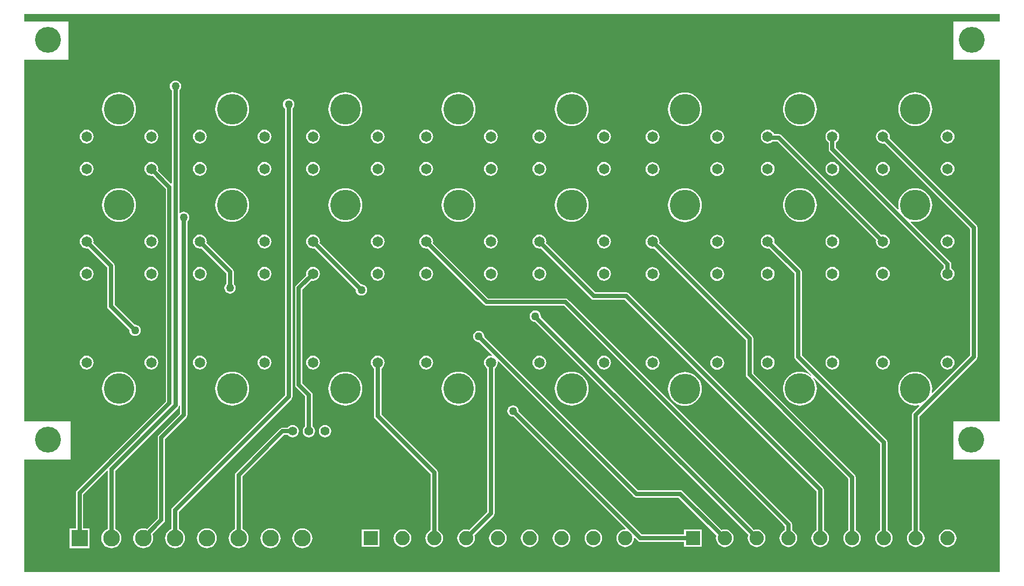
<source format=gtl>
G04*
G04 #@! TF.GenerationSoftware,Altium Limited,Altium Designer,19.1.8 (144)*
G04*
G04 Layer_Physical_Order=1*
G04 Layer_Color=255*
%FSLAX25Y25*%
%MOIN*%
G70*
G01*
G75*
%ADD23C,0.02500*%
%ADD24C,0.06496*%
%ADD25C,0.18898*%
%ADD26R,0.08858X0.08858*%
%ADD27C,0.08858*%
%ADD28C,0.05512*%
%ADD29C,0.10335*%
%ADD30R,0.10335X0.10335*%
%ADD31C,0.05000*%
%ADD32C,0.16000*%
G36*
X724721Y453750D02*
X696250D01*
Y430000D01*
X724721D01*
X724721Y206250D01*
X696250D01*
Y182500D01*
X724721D01*
Y112779D01*
X121529D01*
X121529Y182500D01*
X150000D01*
Y206250D01*
X121529D01*
X121529Y430000D01*
X148750D01*
Y453750D01*
X121529D01*
Y458471D01*
X724721D01*
Y453750D01*
D02*
G37*
%LPC*%
G36*
X672500Y410068D02*
X670860Y409939D01*
X669261Y409555D01*
X667742Y408925D01*
X666339Y408066D01*
X665089Y406998D01*
X664021Y405747D01*
X663161Y404345D01*
X662532Y402825D01*
X662148Y401226D01*
X662019Y399587D01*
X662148Y397947D01*
X662532Y396348D01*
X663161Y394828D01*
X664021Y393426D01*
X665089Y392175D01*
X666339Y391107D01*
X667742Y390248D01*
X669261Y389618D01*
X670860Y389234D01*
X672500Y389106D01*
X674140Y389234D01*
X675739Y389618D01*
X677258Y390248D01*
X678661Y391107D01*
X679911Y392175D01*
X680979Y393426D01*
X681839Y394828D01*
X682468Y396348D01*
X682852Y397947D01*
X682981Y399587D01*
X682852Y401226D01*
X682468Y402825D01*
X681839Y404345D01*
X680979Y405747D01*
X679911Y406998D01*
X678661Y408066D01*
X677258Y408925D01*
X675739Y409555D01*
X674140Y409939D01*
X672500Y410068D01*
D02*
G37*
G36*
X601250D02*
X599610Y409939D01*
X598011Y409555D01*
X596492Y408925D01*
X595089Y408066D01*
X593839Y406998D01*
X592771Y405747D01*
X591911Y404345D01*
X591282Y402825D01*
X590898Y401226D01*
X590769Y399587D01*
X590898Y397947D01*
X591282Y396348D01*
X591911Y394828D01*
X592771Y393426D01*
X593839Y392175D01*
X595089Y391107D01*
X596492Y390248D01*
X598011Y389618D01*
X599610Y389234D01*
X601250Y389106D01*
X602890Y389234D01*
X604489Y389618D01*
X606008Y390248D01*
X607411Y391107D01*
X608661Y392175D01*
X609729Y393426D01*
X610589Y394828D01*
X611218Y396348D01*
X611602Y397947D01*
X611731Y399587D01*
X611602Y401226D01*
X611218Y402825D01*
X610589Y404345D01*
X609729Y405747D01*
X608661Y406998D01*
X607411Y408066D01*
X606008Y408925D01*
X604489Y409555D01*
X602890Y409939D01*
X601250Y410068D01*
D02*
G37*
G36*
X460000D02*
X458360Y409939D01*
X456761Y409555D01*
X455242Y408925D01*
X453839Y408066D01*
X452589Y406998D01*
X451521Y405747D01*
X450661Y404345D01*
X450032Y402825D01*
X449648Y401226D01*
X449519Y399587D01*
X449648Y397947D01*
X450032Y396348D01*
X450661Y394828D01*
X451521Y393426D01*
X452589Y392175D01*
X453839Y391107D01*
X455242Y390248D01*
X456761Y389618D01*
X458360Y389234D01*
X460000Y389106D01*
X461640Y389234D01*
X463239Y389618D01*
X464758Y390248D01*
X466161Y391107D01*
X467411Y392175D01*
X468479Y393426D01*
X469339Y394828D01*
X469968Y396348D01*
X470352Y397947D01*
X470481Y399587D01*
X470352Y401226D01*
X469968Y402825D01*
X469339Y404345D01*
X468479Y405747D01*
X467411Y406998D01*
X466161Y408066D01*
X464758Y408925D01*
X463239Y409555D01*
X461640Y409939D01*
X460000Y410068D01*
D02*
G37*
G36*
X390000D02*
X388360Y409939D01*
X386761Y409555D01*
X385242Y408925D01*
X383839Y408066D01*
X382589Y406998D01*
X381521Y405747D01*
X380661Y404345D01*
X380032Y402825D01*
X379648Y401226D01*
X379519Y399587D01*
X379648Y397947D01*
X380032Y396348D01*
X380661Y394828D01*
X381521Y393426D01*
X382589Y392175D01*
X383839Y391107D01*
X385242Y390248D01*
X386761Y389618D01*
X388360Y389234D01*
X390000Y389106D01*
X391640Y389234D01*
X393239Y389618D01*
X394758Y390248D01*
X396161Y391107D01*
X397411Y392175D01*
X398479Y393426D01*
X399339Y394828D01*
X399968Y396348D01*
X400352Y397947D01*
X400481Y399587D01*
X400352Y401226D01*
X399968Y402825D01*
X399339Y404345D01*
X398479Y405747D01*
X397411Y406998D01*
X396161Y408066D01*
X394758Y408925D01*
X393239Y409555D01*
X391640Y409939D01*
X390000Y410068D01*
D02*
G37*
G36*
X320000D02*
X318360Y409939D01*
X316761Y409555D01*
X315242Y408925D01*
X313839Y408066D01*
X312589Y406998D01*
X311521Y405747D01*
X310661Y404345D01*
X310032Y402825D01*
X309648Y401226D01*
X309519Y399587D01*
X309648Y397947D01*
X310032Y396348D01*
X310661Y394828D01*
X311521Y393426D01*
X312589Y392175D01*
X313839Y391107D01*
X315242Y390248D01*
X316761Y389618D01*
X318360Y389234D01*
X320000Y389106D01*
X321640Y389234D01*
X323239Y389618D01*
X324758Y390248D01*
X326161Y391107D01*
X327411Y392175D01*
X328479Y393426D01*
X329339Y394828D01*
X329968Y396348D01*
X330352Y397947D01*
X330481Y399587D01*
X330352Y401226D01*
X329968Y402825D01*
X329339Y404345D01*
X328479Y405747D01*
X327411Y406998D01*
X326161Y408066D01*
X324758Y408925D01*
X323239Y409555D01*
X321640Y409939D01*
X320000Y410068D01*
D02*
G37*
G36*
X250000D02*
X248360Y409939D01*
X246761Y409555D01*
X245242Y408925D01*
X243839Y408066D01*
X242589Y406998D01*
X241521Y405747D01*
X240661Y404345D01*
X240032Y402825D01*
X239648Y401226D01*
X239519Y399587D01*
X239648Y397947D01*
X240032Y396348D01*
X240661Y394828D01*
X241521Y393426D01*
X242589Y392175D01*
X243839Y391107D01*
X245242Y390248D01*
X246761Y389618D01*
X248360Y389234D01*
X250000Y389106D01*
X251640Y389234D01*
X253239Y389618D01*
X254758Y390248D01*
X256161Y391107D01*
X257411Y392175D01*
X258479Y393426D01*
X259339Y394828D01*
X259968Y396348D01*
X260352Y397947D01*
X260481Y399587D01*
X260352Y401226D01*
X259968Y402825D01*
X259339Y404345D01*
X258479Y405747D01*
X257411Y406998D01*
X256161Y408066D01*
X254758Y408925D01*
X253239Y409555D01*
X251640Y409939D01*
X250000Y410068D01*
D02*
G37*
G36*
X180000D02*
X178360Y409939D01*
X176761Y409555D01*
X175242Y408925D01*
X173839Y408066D01*
X172589Y406998D01*
X171521Y405747D01*
X170661Y404345D01*
X170032Y402825D01*
X169648Y401226D01*
X169519Y399587D01*
X169648Y397947D01*
X170032Y396348D01*
X170661Y394828D01*
X171521Y393426D01*
X172589Y392175D01*
X173839Y391107D01*
X175242Y390248D01*
X176761Y389618D01*
X178360Y389234D01*
X180000Y389106D01*
X181640Y389234D01*
X183239Y389618D01*
X184758Y390248D01*
X186161Y391107D01*
X187411Y392175D01*
X188479Y393426D01*
X189339Y394828D01*
X189968Y396348D01*
X190352Y397947D01*
X190481Y399587D01*
X190352Y401226D01*
X189968Y402825D01*
X189339Y404345D01*
X188479Y405747D01*
X187411Y406998D01*
X186161Y408066D01*
X184758Y408925D01*
X183239Y409555D01*
X181640Y409939D01*
X180000Y410068D01*
D02*
G37*
G36*
X530000Y409930D02*
X528360Y409801D01*
X526761Y409417D01*
X525242Y408788D01*
X523839Y407928D01*
X522589Y406860D01*
X521521Y405610D01*
X520661Y404207D01*
X520032Y402688D01*
X519648Y401088D01*
X519519Y399449D01*
X519648Y397809D01*
X520032Y396210D01*
X520661Y394690D01*
X521521Y393288D01*
X522589Y392038D01*
X523839Y390969D01*
X525242Y390110D01*
X526761Y389481D01*
X528360Y389097D01*
X530000Y388968D01*
X531640Y389097D01*
X533239Y389481D01*
X534758Y390110D01*
X536161Y390969D01*
X537411Y392038D01*
X538479Y393288D01*
X539339Y394690D01*
X539968Y396210D01*
X540352Y397809D01*
X540481Y399449D01*
X540352Y401088D01*
X539968Y402688D01*
X539339Y404207D01*
X538479Y405610D01*
X537411Y406860D01*
X536161Y407928D01*
X534758Y408788D01*
X533239Y409417D01*
X531640Y409801D01*
X530000Y409930D01*
D02*
G37*
G36*
X692500Y386785D02*
X691391Y386639D01*
X690358Y386211D01*
X689470Y385530D01*
X688789Y384642D01*
X688361Y383609D01*
X688215Y382500D01*
X688361Y381391D01*
X688789Y380358D01*
X689470Y379470D01*
X690358Y378789D01*
X691391Y378361D01*
X692500Y378215D01*
X693609Y378361D01*
X694642Y378789D01*
X695530Y379470D01*
X696211Y380358D01*
X696639Y381391D01*
X696785Y382500D01*
X696639Y383609D01*
X696211Y384642D01*
X695530Y385530D01*
X694642Y386211D01*
X693609Y386639D01*
X692500Y386785D01*
D02*
G37*
G36*
X480000D02*
X478891Y386639D01*
X477858Y386211D01*
X476970Y385530D01*
X476289Y384642D01*
X475861Y383609D01*
X475715Y382500D01*
X475861Y381391D01*
X476289Y380358D01*
X476970Y379470D01*
X477858Y378789D01*
X478891Y378361D01*
X480000Y378215D01*
X481109Y378361D01*
X482142Y378789D01*
X483030Y379470D01*
X483711Y380358D01*
X484139Y381391D01*
X484285Y382500D01*
X484139Y383609D01*
X483711Y384642D01*
X483030Y385530D01*
X482142Y386211D01*
X481109Y386639D01*
X480000Y386785D01*
D02*
G37*
G36*
X440000D02*
X438891Y386639D01*
X437858Y386211D01*
X436970Y385530D01*
X436289Y384642D01*
X435861Y383609D01*
X435715Y382500D01*
X435861Y381391D01*
X436289Y380358D01*
X436970Y379470D01*
X437858Y378789D01*
X438891Y378361D01*
X440000Y378215D01*
X441109Y378361D01*
X442142Y378789D01*
X443030Y379470D01*
X443711Y380358D01*
X444139Y381391D01*
X444285Y382500D01*
X444139Y383609D01*
X443711Y384642D01*
X443030Y385530D01*
X442142Y386211D01*
X441109Y386639D01*
X440000Y386785D01*
D02*
G37*
G36*
X410000D02*
X408891Y386639D01*
X407858Y386211D01*
X406970Y385530D01*
X406289Y384642D01*
X405861Y383609D01*
X405715Y382500D01*
X405861Y381391D01*
X406289Y380358D01*
X406970Y379470D01*
X407858Y378789D01*
X408891Y378361D01*
X410000Y378215D01*
X411109Y378361D01*
X412142Y378789D01*
X413030Y379470D01*
X413711Y380358D01*
X414139Y381391D01*
X414285Y382500D01*
X414139Y383609D01*
X413711Y384642D01*
X413030Y385530D01*
X412142Y386211D01*
X411109Y386639D01*
X410000Y386785D01*
D02*
G37*
G36*
X370000D02*
X368891Y386639D01*
X367858Y386211D01*
X366970Y385530D01*
X366289Y384642D01*
X365861Y383609D01*
X365715Y382500D01*
X365861Y381391D01*
X366289Y380358D01*
X366970Y379470D01*
X367858Y378789D01*
X368891Y378361D01*
X370000Y378215D01*
X371109Y378361D01*
X372142Y378789D01*
X373030Y379470D01*
X373711Y380358D01*
X374139Y381391D01*
X374285Y382500D01*
X374139Y383609D01*
X373711Y384642D01*
X373030Y385530D01*
X372142Y386211D01*
X371109Y386639D01*
X370000Y386785D01*
D02*
G37*
G36*
X340000D02*
X338891Y386639D01*
X337858Y386211D01*
X336970Y385530D01*
X336289Y384642D01*
X335861Y383609D01*
X335715Y382500D01*
X335861Y381391D01*
X336289Y380358D01*
X336970Y379470D01*
X337858Y378789D01*
X338891Y378361D01*
X340000Y378215D01*
X341109Y378361D01*
X342142Y378789D01*
X343030Y379470D01*
X343711Y380358D01*
X344139Y381391D01*
X344285Y382500D01*
X344139Y383609D01*
X343711Y384642D01*
X343030Y385530D01*
X342142Y386211D01*
X341109Y386639D01*
X340000Y386785D01*
D02*
G37*
G36*
X300000D02*
X298891Y386639D01*
X297858Y386211D01*
X296970Y385530D01*
X296289Y384642D01*
X295861Y383609D01*
X295715Y382500D01*
X295861Y381391D01*
X296289Y380358D01*
X296970Y379470D01*
X297858Y378789D01*
X298891Y378361D01*
X300000Y378215D01*
X301109Y378361D01*
X302142Y378789D01*
X303030Y379470D01*
X303711Y380358D01*
X304139Y381391D01*
X304285Y382500D01*
X304139Y383609D01*
X303711Y384642D01*
X303030Y385530D01*
X302142Y386211D01*
X301109Y386639D01*
X300000Y386785D01*
D02*
G37*
G36*
X270000D02*
X268891Y386639D01*
X267858Y386211D01*
X266970Y385530D01*
X266289Y384642D01*
X265861Y383609D01*
X265715Y382500D01*
X265861Y381391D01*
X266289Y380358D01*
X266970Y379470D01*
X267858Y378789D01*
X268891Y378361D01*
X270000Y378215D01*
X271109Y378361D01*
X272142Y378789D01*
X273030Y379470D01*
X273711Y380358D01*
X274139Y381391D01*
X274285Y382500D01*
X274139Y383609D01*
X273711Y384642D01*
X273030Y385530D01*
X272142Y386211D01*
X271109Y386639D01*
X270000Y386785D01*
D02*
G37*
G36*
X230000D02*
X228891Y386639D01*
X227858Y386211D01*
X226970Y385530D01*
X226289Y384642D01*
X225861Y383609D01*
X225715Y382500D01*
X225861Y381391D01*
X226289Y380358D01*
X226970Y379470D01*
X227858Y378789D01*
X228891Y378361D01*
X230000Y378215D01*
X231109Y378361D01*
X232142Y378789D01*
X233030Y379470D01*
X233711Y380358D01*
X234139Y381391D01*
X234285Y382500D01*
X234139Y383609D01*
X233711Y384642D01*
X233030Y385530D01*
X232142Y386211D01*
X231109Y386639D01*
X230000Y386785D01*
D02*
G37*
G36*
X200000D02*
X198891Y386639D01*
X197858Y386211D01*
X196970Y385530D01*
X196289Y384642D01*
X195861Y383609D01*
X195715Y382500D01*
X195861Y381391D01*
X196289Y380358D01*
X196970Y379470D01*
X197858Y378789D01*
X198891Y378361D01*
X200000Y378215D01*
X201109Y378361D01*
X202142Y378789D01*
X203030Y379470D01*
X203711Y380358D01*
X204139Y381391D01*
X204285Y382500D01*
X204139Y383609D01*
X203711Y384642D01*
X203030Y385530D01*
X202142Y386211D01*
X201109Y386639D01*
X200000Y386785D01*
D02*
G37*
G36*
X160000D02*
X158891Y386639D01*
X157858Y386211D01*
X156970Y385530D01*
X156289Y384642D01*
X155861Y383609D01*
X155715Y382500D01*
X155861Y381391D01*
X156289Y380358D01*
X156970Y379470D01*
X157858Y378789D01*
X158891Y378361D01*
X160000Y378215D01*
X161109Y378361D01*
X162142Y378789D01*
X163030Y379470D01*
X163711Y380358D01*
X164139Y381391D01*
X164285Y382500D01*
X164139Y383609D01*
X163711Y384642D01*
X163030Y385530D01*
X162142Y386211D01*
X161109Y386639D01*
X160000Y386785D01*
D02*
G37*
G36*
X550000Y386647D02*
X548891Y386501D01*
X547858Y386073D01*
X546970Y385392D01*
X546289Y384505D01*
X545861Y383471D01*
X545715Y382362D01*
X545861Y381253D01*
X546289Y380220D01*
X546970Y379332D01*
X547858Y378652D01*
X548891Y378223D01*
X550000Y378078D01*
X551109Y378223D01*
X552142Y378652D01*
X553030Y379332D01*
X553711Y380220D01*
X554139Y381253D01*
X554285Y382362D01*
X554139Y383471D01*
X553711Y384505D01*
X553030Y385392D01*
X552142Y386073D01*
X551109Y386501D01*
X550000Y386647D01*
D02*
G37*
G36*
X510000D02*
X508891Y386501D01*
X507858Y386073D01*
X506970Y385392D01*
X506289Y384505D01*
X505861Y383471D01*
X505715Y382362D01*
X505861Y381253D01*
X506289Y380220D01*
X506970Y379332D01*
X507858Y378652D01*
X508891Y378223D01*
X510000Y378078D01*
X511109Y378223D01*
X512142Y378652D01*
X513030Y379332D01*
X513711Y380220D01*
X514139Y381253D01*
X514285Y382362D01*
X514139Y383471D01*
X513711Y384505D01*
X513030Y385392D01*
X512142Y386073D01*
X511109Y386501D01*
X510000Y386647D01*
D02*
G37*
G36*
X692500Y366785D02*
X691391Y366639D01*
X690358Y366211D01*
X689470Y365530D01*
X688789Y364642D01*
X688361Y363609D01*
X688215Y362500D01*
X688361Y361391D01*
X688789Y360358D01*
X689470Y359470D01*
X690358Y358789D01*
X691391Y358361D01*
X692500Y358215D01*
X693609Y358361D01*
X694642Y358789D01*
X695530Y359470D01*
X696211Y360358D01*
X696639Y361391D01*
X696785Y362500D01*
X696639Y363609D01*
X696211Y364642D01*
X695530Y365530D01*
X694642Y366211D01*
X693609Y366639D01*
X692500Y366785D01*
D02*
G37*
G36*
X652500D02*
X651391Y366639D01*
X650358Y366211D01*
X649470Y365530D01*
X648789Y364642D01*
X648361Y363609D01*
X648215Y362500D01*
X648361Y361391D01*
X648789Y360358D01*
X649470Y359470D01*
X650358Y358789D01*
X651391Y358361D01*
X652500Y358215D01*
X653609Y358361D01*
X654642Y358789D01*
X655530Y359470D01*
X656211Y360358D01*
X656639Y361391D01*
X656785Y362500D01*
X656639Y363609D01*
X656211Y364642D01*
X655530Y365530D01*
X654642Y366211D01*
X653609Y366639D01*
X652500Y366785D01*
D02*
G37*
G36*
X621250D02*
X620141Y366639D01*
X619108Y366211D01*
X618220Y365530D01*
X617539Y364642D01*
X617111Y363609D01*
X616965Y362500D01*
X617111Y361391D01*
X617539Y360358D01*
X618220Y359470D01*
X619108Y358789D01*
X620141Y358361D01*
X621250Y358215D01*
X622359Y358361D01*
X623392Y358789D01*
X624280Y359470D01*
X624961Y360358D01*
X625389Y361391D01*
X625535Y362500D01*
X625389Y363609D01*
X624961Y364642D01*
X624280Y365530D01*
X623392Y366211D01*
X622359Y366639D01*
X621250Y366785D01*
D02*
G37*
G36*
X581250D02*
X580141Y366639D01*
X579108Y366211D01*
X578220Y365530D01*
X577539Y364642D01*
X577111Y363609D01*
X576965Y362500D01*
X577111Y361391D01*
X577539Y360358D01*
X578220Y359470D01*
X579108Y358789D01*
X580141Y358361D01*
X581250Y358215D01*
X582359Y358361D01*
X583392Y358789D01*
X584280Y359470D01*
X584961Y360358D01*
X585389Y361391D01*
X585535Y362500D01*
X585389Y363609D01*
X584961Y364642D01*
X584280Y365530D01*
X583392Y366211D01*
X582359Y366639D01*
X581250Y366785D01*
D02*
G37*
G36*
X480000D02*
X478891Y366639D01*
X477858Y366211D01*
X476970Y365530D01*
X476289Y364642D01*
X475861Y363609D01*
X475715Y362500D01*
X475861Y361391D01*
X476289Y360358D01*
X476970Y359470D01*
X477858Y358789D01*
X478891Y358361D01*
X480000Y358215D01*
X481109Y358361D01*
X482142Y358789D01*
X483030Y359470D01*
X483711Y360358D01*
X484139Y361391D01*
X484285Y362500D01*
X484139Y363609D01*
X483711Y364642D01*
X483030Y365530D01*
X482142Y366211D01*
X481109Y366639D01*
X480000Y366785D01*
D02*
G37*
G36*
X440000D02*
X438891Y366639D01*
X437858Y366211D01*
X436970Y365530D01*
X436289Y364642D01*
X435861Y363609D01*
X435715Y362500D01*
X435861Y361391D01*
X436289Y360358D01*
X436970Y359470D01*
X437858Y358789D01*
X438891Y358361D01*
X440000Y358215D01*
X441109Y358361D01*
X442142Y358789D01*
X443030Y359470D01*
X443711Y360358D01*
X444139Y361391D01*
X444285Y362500D01*
X444139Y363609D01*
X443711Y364642D01*
X443030Y365530D01*
X442142Y366211D01*
X441109Y366639D01*
X440000Y366785D01*
D02*
G37*
G36*
X410000D02*
X408891Y366639D01*
X407858Y366211D01*
X406970Y365530D01*
X406289Y364642D01*
X405861Y363609D01*
X405715Y362500D01*
X405861Y361391D01*
X406289Y360358D01*
X406970Y359470D01*
X407858Y358789D01*
X408891Y358361D01*
X410000Y358215D01*
X411109Y358361D01*
X412142Y358789D01*
X413030Y359470D01*
X413711Y360358D01*
X414139Y361391D01*
X414285Y362500D01*
X414139Y363609D01*
X413711Y364642D01*
X413030Y365530D01*
X412142Y366211D01*
X411109Y366639D01*
X410000Y366785D01*
D02*
G37*
G36*
X370000D02*
X368891Y366639D01*
X367858Y366211D01*
X366970Y365530D01*
X366289Y364642D01*
X365861Y363609D01*
X365715Y362500D01*
X365861Y361391D01*
X366289Y360358D01*
X366970Y359470D01*
X367858Y358789D01*
X368891Y358361D01*
X370000Y358215D01*
X371109Y358361D01*
X372142Y358789D01*
X373030Y359470D01*
X373711Y360358D01*
X374139Y361391D01*
X374285Y362500D01*
X374139Y363609D01*
X373711Y364642D01*
X373030Y365530D01*
X372142Y366211D01*
X371109Y366639D01*
X370000Y366785D01*
D02*
G37*
G36*
X340000D02*
X338891Y366639D01*
X337858Y366211D01*
X336970Y365530D01*
X336289Y364642D01*
X335861Y363609D01*
X335715Y362500D01*
X335861Y361391D01*
X336289Y360358D01*
X336970Y359470D01*
X337858Y358789D01*
X338891Y358361D01*
X340000Y358215D01*
X341109Y358361D01*
X342142Y358789D01*
X343030Y359470D01*
X343711Y360358D01*
X344139Y361391D01*
X344285Y362500D01*
X344139Y363609D01*
X343711Y364642D01*
X343030Y365530D01*
X342142Y366211D01*
X341109Y366639D01*
X340000Y366785D01*
D02*
G37*
G36*
X300000D02*
X298891Y366639D01*
X297858Y366211D01*
X296970Y365530D01*
X296289Y364642D01*
X295861Y363609D01*
X295715Y362500D01*
X295861Y361391D01*
X296289Y360358D01*
X296970Y359470D01*
X297858Y358789D01*
X298891Y358361D01*
X300000Y358215D01*
X301109Y358361D01*
X302142Y358789D01*
X303030Y359470D01*
X303711Y360358D01*
X304139Y361391D01*
X304285Y362500D01*
X304139Y363609D01*
X303711Y364642D01*
X303030Y365530D01*
X302142Y366211D01*
X301109Y366639D01*
X300000Y366785D01*
D02*
G37*
G36*
X270000D02*
X268891Y366639D01*
X267858Y366211D01*
X266970Y365530D01*
X266289Y364642D01*
X265861Y363609D01*
X265715Y362500D01*
X265861Y361391D01*
X266289Y360358D01*
X266970Y359470D01*
X267858Y358789D01*
X268891Y358361D01*
X270000Y358215D01*
X271109Y358361D01*
X272142Y358789D01*
X273030Y359470D01*
X273711Y360358D01*
X274139Y361391D01*
X274285Y362500D01*
X274139Y363609D01*
X273711Y364642D01*
X273030Y365530D01*
X272142Y366211D01*
X271109Y366639D01*
X270000Y366785D01*
D02*
G37*
G36*
X230000D02*
X228891Y366639D01*
X227858Y366211D01*
X226970Y365530D01*
X226289Y364642D01*
X225861Y363609D01*
X225715Y362500D01*
X225861Y361391D01*
X226289Y360358D01*
X226970Y359470D01*
X227858Y358789D01*
X228891Y358361D01*
X230000Y358215D01*
X231109Y358361D01*
X232142Y358789D01*
X233030Y359470D01*
X233711Y360358D01*
X234139Y361391D01*
X234285Y362500D01*
X234139Y363609D01*
X233711Y364642D01*
X233030Y365530D01*
X232142Y366211D01*
X231109Y366639D01*
X230000Y366785D01*
D02*
G37*
G36*
X160000D02*
X158891Y366639D01*
X157858Y366211D01*
X156970Y365530D01*
X156289Y364642D01*
X155861Y363609D01*
X155715Y362500D01*
X155861Y361391D01*
X156289Y360358D01*
X156970Y359470D01*
X157858Y358789D01*
X158891Y358361D01*
X160000Y358215D01*
X161109Y358361D01*
X162142Y358789D01*
X163030Y359470D01*
X163711Y360358D01*
X164139Y361391D01*
X164285Y362500D01*
X164139Y363609D01*
X163711Y364642D01*
X163030Y365530D01*
X162142Y366211D01*
X161109Y366639D01*
X160000Y366785D01*
D02*
G37*
G36*
X550000Y366647D02*
X548891Y366501D01*
X547858Y366073D01*
X546970Y365392D01*
X546289Y364505D01*
X545861Y363471D01*
X545715Y362362D01*
X545861Y361253D01*
X546289Y360220D01*
X546970Y359332D01*
X547858Y358652D01*
X548891Y358224D01*
X550000Y358078D01*
X551109Y358224D01*
X552142Y358652D01*
X553030Y359332D01*
X553711Y360220D01*
X554139Y361253D01*
X554285Y362362D01*
X554139Y363471D01*
X553711Y364505D01*
X553030Y365392D01*
X552142Y366073D01*
X551109Y366501D01*
X550000Y366647D01*
D02*
G37*
G36*
X510000D02*
X508891Y366501D01*
X507858Y366073D01*
X506970Y365392D01*
X506289Y364505D01*
X505861Y363471D01*
X505715Y362362D01*
X505861Y361253D01*
X506289Y360220D01*
X506970Y359332D01*
X507858Y358652D01*
X508891Y358224D01*
X510000Y358078D01*
X511109Y358224D01*
X512142Y358652D01*
X513030Y359332D01*
X513711Y360220D01*
X514139Y361253D01*
X514285Y362362D01*
X514139Y363471D01*
X513711Y364505D01*
X513030Y365392D01*
X512142Y366073D01*
X511109Y366501D01*
X510000Y366647D01*
D02*
G37*
G36*
X215000Y417280D02*
X214086Y417160D01*
X213235Y416807D01*
X212504Y416246D01*
X211943Y415515D01*
X211590Y414664D01*
X211470Y413750D01*
X211590Y412836D01*
X211943Y411985D01*
X212504Y411254D01*
X212706Y411099D01*
Y405000D01*
Y353692D01*
X212244Y353500D01*
X204164Y361581D01*
X204285Y362500D01*
X204139Y363609D01*
X203711Y364642D01*
X203030Y365530D01*
X202142Y366211D01*
X201109Y366639D01*
X200000Y366785D01*
X198891Y366639D01*
X197858Y366211D01*
X196970Y365530D01*
X196289Y364642D01*
X195861Y363609D01*
X195715Y362500D01*
X195861Y361391D01*
X196289Y360358D01*
X196970Y359470D01*
X197858Y358789D01*
X198891Y358361D01*
X200000Y358215D01*
X200919Y358336D01*
X208956Y350300D01*
Y218450D01*
X154018Y163512D01*
X153520Y162768D01*
X153346Y161890D01*
Y139917D01*
X149472D01*
Y127583D01*
X161807D01*
Y139917D01*
X157934D01*
Y160940D01*
X172569Y175575D01*
X173031Y175383D01*
Y139499D01*
X172953Y139475D01*
X171882Y138903D01*
X170943Y138132D01*
X170172Y137193D01*
X169599Y136122D01*
X169247Y134959D01*
X169128Y133750D01*
X169247Y132541D01*
X169599Y131378D01*
X170172Y130307D01*
X170943Y129368D01*
X171882Y128597D01*
X172953Y128025D01*
X174116Y127672D01*
X175325Y127553D01*
X176534Y127672D01*
X177696Y128025D01*
X178768Y128597D01*
X179707Y129368D01*
X180477Y130307D01*
X181050Y131378D01*
X181403Y132541D01*
X181522Y133750D01*
X181403Y134959D01*
X181050Y136122D01*
X180477Y137193D01*
X179707Y138132D01*
X178768Y138903D01*
X177696Y139475D01*
X177619Y139499D01*
Y175625D01*
X216622Y214628D01*
X217120Y215372D01*
X217206Y215807D01*
X217706Y215757D01*
Y210950D01*
X204628Y197872D01*
X204131Y197128D01*
X203956Y196250D01*
Y145940D01*
X197453Y139437D01*
X197381Y139475D01*
X196219Y139828D01*
X195010Y139947D01*
X193801Y139828D01*
X192638Y139475D01*
X191567Y138903D01*
X190628Y138132D01*
X189857Y137193D01*
X189284Y136122D01*
X188932Y134959D01*
X188813Y133750D01*
X188932Y132541D01*
X189284Y131378D01*
X189857Y130307D01*
X190628Y129368D01*
X191567Y128597D01*
X192638Y128025D01*
X193801Y127672D01*
X195010Y127553D01*
X196219Y127672D01*
X197381Y128025D01*
X198453Y128597D01*
X199392Y129368D01*
X200163Y130307D01*
X200735Y131378D01*
X201088Y132541D01*
X201207Y133750D01*
X201088Y134959D01*
X200735Y136122D01*
X200697Y136193D01*
X207872Y143368D01*
X208369Y144112D01*
X208544Y144990D01*
Y195300D01*
X221622Y208378D01*
X222119Y209122D01*
X222294Y210000D01*
Y329849D01*
X222496Y330004D01*
X223057Y330735D01*
X223410Y331586D01*
X223530Y332500D01*
X223410Y333414D01*
X223057Y334265D01*
X222496Y334996D01*
X221765Y335557D01*
X220914Y335910D01*
X220000Y336030D01*
X219086Y335910D01*
X218235Y335557D01*
X217794Y335219D01*
X217294Y335466D01*
Y405000D01*
Y411099D01*
X217496Y411254D01*
X218057Y411985D01*
X218410Y412836D01*
X218530Y413750D01*
X218410Y414664D01*
X218057Y415515D01*
X217496Y416246D01*
X216765Y416807D01*
X215914Y417160D01*
X215000Y417280D01*
D02*
G37*
G36*
X621250Y386785D02*
X620141Y386639D01*
X619108Y386211D01*
X618220Y385530D01*
X617539Y384642D01*
X617111Y383609D01*
X616965Y382500D01*
X617111Y381391D01*
X617539Y380358D01*
X618220Y379470D01*
X618956Y378906D01*
Y374843D01*
X619131Y373965D01*
X619628Y373221D01*
X690206Y302643D01*
Y301094D01*
X689470Y300530D01*
X688789Y299642D01*
X688361Y298609D01*
X688215Y297500D01*
X688361Y296391D01*
X688789Y295358D01*
X689470Y294470D01*
X690358Y293789D01*
X691391Y293361D01*
X692500Y293215D01*
X693609Y293361D01*
X694642Y293789D01*
X695530Y294470D01*
X696211Y295358D01*
X696639Y296391D01*
X696785Y297500D01*
X696639Y298609D01*
X696211Y299642D01*
X695530Y300530D01*
X694794Y301094D01*
Y303593D01*
X694620Y304471D01*
X694122Y305215D01*
X669815Y329522D01*
X670069Y329976D01*
X670860Y329786D01*
X672500Y329657D01*
X674140Y329786D01*
X675739Y330170D01*
X677258Y330799D01*
X678661Y331658D01*
X679911Y332727D01*
X680979Y333977D01*
X681839Y335380D01*
X682468Y336899D01*
X682852Y338498D01*
X682981Y340138D01*
X682852Y341777D01*
X682468Y343377D01*
X681839Y344896D01*
X680979Y346298D01*
X679911Y347549D01*
X678661Y348617D01*
X677258Y349477D01*
X675739Y350106D01*
X674140Y350490D01*
X672500Y350619D01*
X670860Y350490D01*
X669261Y350106D01*
X667742Y349477D01*
X666339Y348617D01*
X665089Y347549D01*
X664021Y346298D01*
X663161Y344896D01*
X662532Y343377D01*
X662148Y341777D01*
X662019Y340138D01*
X662148Y338498D01*
X662338Y337707D01*
X661885Y337453D01*
X623544Y375793D01*
Y378906D01*
X624280Y379470D01*
X624961Y380358D01*
X625389Y381391D01*
X625535Y382500D01*
X625389Y383609D01*
X624961Y384642D01*
X624280Y385530D01*
X623392Y386211D01*
X622359Y386639D01*
X621250Y386785D01*
D02*
G37*
G36*
X601250Y350619D02*
X599610Y350490D01*
X598011Y350106D01*
X596492Y349477D01*
X595089Y348617D01*
X593839Y347549D01*
X592771Y346298D01*
X591911Y344896D01*
X591282Y343377D01*
X590898Y341777D01*
X590769Y340138D01*
X590898Y338498D01*
X591282Y336899D01*
X591911Y335380D01*
X592771Y333977D01*
X593839Y332727D01*
X595089Y331658D01*
X596492Y330799D01*
X598011Y330170D01*
X599610Y329786D01*
X601250Y329657D01*
X602890Y329786D01*
X604489Y330170D01*
X606008Y330799D01*
X607411Y331658D01*
X608661Y332727D01*
X609729Y333977D01*
X610589Y335380D01*
X611218Y336899D01*
X611602Y338498D01*
X611731Y340138D01*
X611602Y341777D01*
X611218Y343377D01*
X610589Y344896D01*
X609729Y346298D01*
X608661Y347549D01*
X607411Y348617D01*
X606008Y349477D01*
X604489Y350106D01*
X602890Y350490D01*
X601250Y350619D01*
D02*
G37*
G36*
X460000D02*
X458360Y350490D01*
X456761Y350106D01*
X455242Y349477D01*
X453839Y348617D01*
X452589Y347549D01*
X451521Y346298D01*
X450661Y344896D01*
X450032Y343377D01*
X449648Y341777D01*
X449519Y340138D01*
X449648Y338498D01*
X450032Y336899D01*
X450661Y335380D01*
X451521Y333977D01*
X452589Y332727D01*
X453839Y331658D01*
X455242Y330799D01*
X456761Y330170D01*
X458360Y329786D01*
X460000Y329657D01*
X461640Y329786D01*
X463239Y330170D01*
X464758Y330799D01*
X466161Y331658D01*
X467411Y332727D01*
X468479Y333977D01*
X469339Y335380D01*
X469968Y336899D01*
X470352Y338498D01*
X470481Y340138D01*
X470352Y341777D01*
X469968Y343377D01*
X469339Y344896D01*
X468479Y346298D01*
X467411Y347549D01*
X466161Y348617D01*
X464758Y349477D01*
X463239Y350106D01*
X461640Y350490D01*
X460000Y350619D01*
D02*
G37*
G36*
X390000D02*
X388360Y350490D01*
X386761Y350106D01*
X385242Y349477D01*
X383839Y348617D01*
X382589Y347549D01*
X381521Y346298D01*
X380661Y344896D01*
X380032Y343377D01*
X379648Y341777D01*
X379519Y340138D01*
X379648Y338498D01*
X380032Y336899D01*
X380661Y335380D01*
X381521Y333977D01*
X382589Y332727D01*
X383839Y331658D01*
X385242Y330799D01*
X386761Y330170D01*
X388360Y329786D01*
X390000Y329657D01*
X391640Y329786D01*
X393239Y330170D01*
X394758Y330799D01*
X396161Y331658D01*
X397411Y332727D01*
X398479Y333977D01*
X399339Y335380D01*
X399968Y336899D01*
X400352Y338498D01*
X400481Y340138D01*
X400352Y341777D01*
X399968Y343377D01*
X399339Y344896D01*
X398479Y346298D01*
X397411Y347549D01*
X396161Y348617D01*
X394758Y349477D01*
X393239Y350106D01*
X391640Y350490D01*
X390000Y350619D01*
D02*
G37*
G36*
X320000D02*
X318360Y350490D01*
X316761Y350106D01*
X315242Y349477D01*
X313839Y348617D01*
X312589Y347549D01*
X311521Y346298D01*
X310661Y344896D01*
X310032Y343377D01*
X309648Y341777D01*
X309519Y340138D01*
X309648Y338498D01*
X310032Y336899D01*
X310661Y335380D01*
X311521Y333977D01*
X312589Y332727D01*
X313839Y331658D01*
X315242Y330799D01*
X316761Y330170D01*
X318360Y329786D01*
X320000Y329657D01*
X321640Y329786D01*
X323239Y330170D01*
X324758Y330799D01*
X326161Y331658D01*
X327411Y332727D01*
X328479Y333977D01*
X329339Y335380D01*
X329968Y336899D01*
X330352Y338498D01*
X330481Y340138D01*
X330352Y341777D01*
X329968Y343377D01*
X329339Y344896D01*
X328479Y346298D01*
X327411Y347549D01*
X326161Y348617D01*
X324758Y349477D01*
X323239Y350106D01*
X321640Y350490D01*
X320000Y350619D01*
D02*
G37*
G36*
X250000D02*
X248360Y350490D01*
X246761Y350106D01*
X245242Y349477D01*
X243839Y348617D01*
X242589Y347549D01*
X241521Y346298D01*
X240661Y344896D01*
X240032Y343377D01*
X239648Y341777D01*
X239519Y340138D01*
X239648Y338498D01*
X240032Y336899D01*
X240661Y335380D01*
X241521Y333977D01*
X242589Y332727D01*
X243839Y331658D01*
X245242Y330799D01*
X246761Y330170D01*
X248360Y329786D01*
X250000Y329657D01*
X251640Y329786D01*
X253239Y330170D01*
X254758Y330799D01*
X256161Y331658D01*
X257411Y332727D01*
X258479Y333977D01*
X259339Y335380D01*
X259968Y336899D01*
X260352Y338498D01*
X260481Y340138D01*
X260352Y341777D01*
X259968Y343377D01*
X259339Y344896D01*
X258479Y346298D01*
X257411Y347549D01*
X256161Y348617D01*
X254758Y349477D01*
X253239Y350106D01*
X251640Y350490D01*
X250000Y350619D01*
D02*
G37*
G36*
X180000D02*
X178360Y350490D01*
X176761Y350106D01*
X175242Y349477D01*
X173839Y348617D01*
X172589Y347549D01*
X171521Y346298D01*
X170661Y344896D01*
X170032Y343377D01*
X169648Y341777D01*
X169519Y340138D01*
X169648Y338498D01*
X170032Y336899D01*
X170661Y335380D01*
X171521Y333977D01*
X172589Y332727D01*
X173839Y331658D01*
X175242Y330799D01*
X176761Y330170D01*
X178360Y329786D01*
X180000Y329657D01*
X181640Y329786D01*
X183239Y330170D01*
X184758Y330799D01*
X186161Y331658D01*
X187411Y332727D01*
X188479Y333977D01*
X189339Y335380D01*
X189968Y336899D01*
X190352Y338498D01*
X190481Y340138D01*
X190352Y341777D01*
X189968Y343377D01*
X189339Y344896D01*
X188479Y346298D01*
X187411Y347549D01*
X186161Y348617D01*
X184758Y349477D01*
X183239Y350106D01*
X181640Y350490D01*
X180000Y350619D01*
D02*
G37*
G36*
X530000Y350481D02*
X528360Y350352D01*
X526761Y349968D01*
X525242Y349339D01*
X523839Y348479D01*
X522589Y347411D01*
X521521Y346161D01*
X520661Y344758D01*
X520032Y343239D01*
X519648Y341640D01*
X519519Y340000D01*
X519648Y338360D01*
X520032Y336761D01*
X520661Y335242D01*
X521521Y333839D01*
X522589Y332589D01*
X523839Y331521D01*
X525242Y330661D01*
X526761Y330032D01*
X528360Y329648D01*
X530000Y329519D01*
X531640Y329648D01*
X533239Y330032D01*
X534758Y330661D01*
X536161Y331521D01*
X537411Y332589D01*
X538479Y333839D01*
X539339Y335242D01*
X539968Y336761D01*
X540352Y338360D01*
X540481Y340000D01*
X540352Y341640D01*
X539968Y343239D01*
X539339Y344758D01*
X538479Y346161D01*
X537411Y347411D01*
X536161Y348479D01*
X534758Y349339D01*
X533239Y349968D01*
X531640Y350352D01*
X530000Y350481D01*
D02*
G37*
G36*
X692500Y321785D02*
X691391Y321639D01*
X690358Y321211D01*
X689470Y320530D01*
X688789Y319642D01*
X688361Y318609D01*
X688215Y317500D01*
X688361Y316391D01*
X688789Y315358D01*
X689470Y314470D01*
X690358Y313789D01*
X691391Y313361D01*
X692500Y313215D01*
X693609Y313361D01*
X694642Y313789D01*
X695530Y314470D01*
X696211Y315358D01*
X696639Y316391D01*
X696785Y317500D01*
X696639Y318609D01*
X696211Y319642D01*
X695530Y320530D01*
X694642Y321211D01*
X693609Y321639D01*
X692500Y321785D01*
D02*
G37*
G36*
X581250Y386785D02*
X580141Y386639D01*
X579108Y386211D01*
X578220Y385530D01*
X577539Y384642D01*
X577111Y383609D01*
X576965Y382500D01*
X577111Y381391D01*
X577539Y380358D01*
X578220Y379470D01*
X579108Y378789D01*
X580141Y378361D01*
X581250Y378215D01*
X582359Y378361D01*
X583392Y378789D01*
X584264Y379458D01*
X587298D01*
X648336Y318419D01*
X648215Y317500D01*
X648361Y316391D01*
X648789Y315358D01*
X649470Y314470D01*
X650358Y313789D01*
X651391Y313361D01*
X652500Y313215D01*
X653609Y313361D01*
X654642Y313789D01*
X655530Y314470D01*
X656211Y315358D01*
X656639Y316391D01*
X656785Y317500D01*
X656639Y318609D01*
X656211Y319642D01*
X655530Y320530D01*
X654642Y321211D01*
X653609Y321639D01*
X652500Y321785D01*
X651581Y321664D01*
X589870Y383374D01*
X589126Y383871D01*
X588248Y384046D01*
X585208D01*
X584961Y384642D01*
X584280Y385530D01*
X583392Y386211D01*
X582359Y386639D01*
X581250Y386785D01*
D02*
G37*
G36*
X621250Y321785D02*
X620141Y321639D01*
X619108Y321211D01*
X618220Y320530D01*
X617539Y319642D01*
X617111Y318609D01*
X616965Y317500D01*
X617111Y316391D01*
X617539Y315358D01*
X618220Y314470D01*
X619108Y313789D01*
X620141Y313361D01*
X621250Y313215D01*
X622359Y313361D01*
X623392Y313789D01*
X624280Y314470D01*
X624961Y315358D01*
X625389Y316391D01*
X625535Y317500D01*
X625389Y318609D01*
X624961Y319642D01*
X624280Y320530D01*
X623392Y321211D01*
X622359Y321639D01*
X621250Y321785D01*
D02*
G37*
G36*
X480000D02*
X478891Y321639D01*
X477858Y321211D01*
X476970Y320530D01*
X476289Y319642D01*
X475861Y318609D01*
X475715Y317500D01*
X475861Y316391D01*
X476289Y315358D01*
X476970Y314470D01*
X477858Y313789D01*
X478891Y313361D01*
X480000Y313215D01*
X481109Y313361D01*
X482142Y313789D01*
X483030Y314470D01*
X483711Y315358D01*
X484139Y316391D01*
X484285Y317500D01*
X484139Y318609D01*
X483711Y319642D01*
X483030Y320530D01*
X482142Y321211D01*
X481109Y321639D01*
X480000Y321785D01*
D02*
G37*
G36*
X410000D02*
X408891Y321639D01*
X407858Y321211D01*
X406970Y320530D01*
X406289Y319642D01*
X405861Y318609D01*
X405715Y317500D01*
X405861Y316391D01*
X406289Y315358D01*
X406970Y314470D01*
X407858Y313789D01*
X408891Y313361D01*
X410000Y313215D01*
X411109Y313361D01*
X412142Y313789D01*
X413030Y314470D01*
X413711Y315358D01*
X414139Y316391D01*
X414285Y317500D01*
X414139Y318609D01*
X413711Y319642D01*
X413030Y320530D01*
X412142Y321211D01*
X411109Y321639D01*
X410000Y321785D01*
D02*
G37*
G36*
X340000D02*
X338891Y321639D01*
X337858Y321211D01*
X336970Y320530D01*
X336289Y319642D01*
X335861Y318609D01*
X335715Y317500D01*
X335861Y316391D01*
X336289Y315358D01*
X336970Y314470D01*
X337858Y313789D01*
X338891Y313361D01*
X340000Y313215D01*
X341109Y313361D01*
X342142Y313789D01*
X343030Y314470D01*
X343711Y315358D01*
X344139Y316391D01*
X344285Y317500D01*
X344139Y318609D01*
X343711Y319642D01*
X343030Y320530D01*
X342142Y321211D01*
X341109Y321639D01*
X340000Y321785D01*
D02*
G37*
G36*
X270000D02*
X268891Y321639D01*
X267858Y321211D01*
X266970Y320530D01*
X266289Y319642D01*
X265861Y318609D01*
X265715Y317500D01*
X265861Y316391D01*
X266289Y315358D01*
X266970Y314470D01*
X267858Y313789D01*
X268891Y313361D01*
X270000Y313215D01*
X271109Y313361D01*
X272142Y313789D01*
X273030Y314470D01*
X273711Y315358D01*
X274139Y316391D01*
X274285Y317500D01*
X274139Y318609D01*
X273711Y319642D01*
X273030Y320530D01*
X272142Y321211D01*
X271109Y321639D01*
X270000Y321785D01*
D02*
G37*
G36*
X200000D02*
X198891Y321639D01*
X197858Y321211D01*
X196970Y320530D01*
X196289Y319642D01*
X195861Y318609D01*
X195715Y317500D01*
X195861Y316391D01*
X196289Y315358D01*
X196970Y314470D01*
X197858Y313789D01*
X198891Y313361D01*
X200000Y313215D01*
X201109Y313361D01*
X202142Y313789D01*
X203030Y314470D01*
X203711Y315358D01*
X204139Y316391D01*
X204285Y317500D01*
X204139Y318609D01*
X203711Y319642D01*
X203030Y320530D01*
X202142Y321211D01*
X201109Y321639D01*
X200000Y321785D01*
D02*
G37*
G36*
X550000Y321647D02*
X548891Y321501D01*
X547858Y321073D01*
X546970Y320392D01*
X546289Y319505D01*
X545861Y318471D01*
X545715Y317362D01*
X545861Y316253D01*
X546289Y315220D01*
X546970Y314333D01*
X547858Y313652D01*
X548891Y313224D01*
X550000Y313077D01*
X551109Y313224D01*
X552142Y313652D01*
X553030Y314333D01*
X553711Y315220D01*
X554139Y316253D01*
X554285Y317362D01*
X554139Y318471D01*
X553711Y319505D01*
X553030Y320392D01*
X552142Y321073D01*
X551109Y321501D01*
X550000Y321647D01*
D02*
G37*
G36*
X652500Y301785D02*
X651391Y301639D01*
X650358Y301211D01*
X649470Y300530D01*
X648789Y299642D01*
X648361Y298609D01*
X648215Y297500D01*
X648361Y296391D01*
X648789Y295358D01*
X649470Y294470D01*
X650358Y293789D01*
X651391Y293361D01*
X652500Y293215D01*
X653609Y293361D01*
X654642Y293789D01*
X655530Y294470D01*
X656211Y295358D01*
X656639Y296391D01*
X656785Y297500D01*
X656639Y298609D01*
X656211Y299642D01*
X655530Y300530D01*
X654642Y301211D01*
X653609Y301639D01*
X652500Y301785D01*
D02*
G37*
G36*
X621250D02*
X620141Y301639D01*
X619108Y301211D01*
X618220Y300530D01*
X617539Y299642D01*
X617111Y298609D01*
X616965Y297500D01*
X617111Y296391D01*
X617539Y295358D01*
X618220Y294470D01*
X619108Y293789D01*
X620141Y293361D01*
X621250Y293215D01*
X622359Y293361D01*
X623392Y293789D01*
X624280Y294470D01*
X624961Y295358D01*
X625389Y296391D01*
X625535Y297500D01*
X625389Y298609D01*
X624961Y299642D01*
X624280Y300530D01*
X623392Y301211D01*
X622359Y301639D01*
X621250Y301785D01*
D02*
G37*
G36*
X581250D02*
X580141Y301639D01*
X579108Y301211D01*
X578220Y300530D01*
X577539Y299642D01*
X577111Y298609D01*
X576965Y297500D01*
X577111Y296391D01*
X577539Y295358D01*
X578220Y294470D01*
X579108Y293789D01*
X580141Y293361D01*
X581250Y293215D01*
X582359Y293361D01*
X583392Y293789D01*
X584280Y294470D01*
X584961Y295358D01*
X585389Y296391D01*
X585535Y297500D01*
X585389Y298609D01*
X584961Y299642D01*
X584280Y300530D01*
X583392Y301211D01*
X582359Y301639D01*
X581250Y301785D01*
D02*
G37*
G36*
X480000D02*
X478891Y301639D01*
X477858Y301211D01*
X476970Y300530D01*
X476289Y299642D01*
X475861Y298609D01*
X475715Y297500D01*
X475861Y296391D01*
X476289Y295358D01*
X476970Y294470D01*
X477858Y293789D01*
X478891Y293361D01*
X480000Y293215D01*
X481109Y293361D01*
X482142Y293789D01*
X483030Y294470D01*
X483711Y295358D01*
X484139Y296391D01*
X484285Y297500D01*
X484139Y298609D01*
X483711Y299642D01*
X483030Y300530D01*
X482142Y301211D01*
X481109Y301639D01*
X480000Y301785D01*
D02*
G37*
G36*
X440000D02*
X438891Y301639D01*
X437858Y301211D01*
X436970Y300530D01*
X436289Y299642D01*
X435861Y298609D01*
X435715Y297500D01*
X435861Y296391D01*
X436289Y295358D01*
X436970Y294470D01*
X437858Y293789D01*
X438891Y293361D01*
X440000Y293215D01*
X441109Y293361D01*
X442142Y293789D01*
X443030Y294470D01*
X443711Y295358D01*
X444139Y296391D01*
X444285Y297500D01*
X444139Y298609D01*
X443711Y299642D01*
X443030Y300530D01*
X442142Y301211D01*
X441109Y301639D01*
X440000Y301785D01*
D02*
G37*
G36*
X410000D02*
X408891Y301639D01*
X407858Y301211D01*
X406970Y300530D01*
X406289Y299642D01*
X405861Y298609D01*
X405715Y297500D01*
X405861Y296391D01*
X406289Y295358D01*
X406970Y294470D01*
X407858Y293789D01*
X408891Y293361D01*
X410000Y293215D01*
X411109Y293361D01*
X412142Y293789D01*
X413030Y294470D01*
X413711Y295358D01*
X414139Y296391D01*
X414285Y297500D01*
X414139Y298609D01*
X413711Y299642D01*
X413030Y300530D01*
X412142Y301211D01*
X411109Y301639D01*
X410000Y301785D01*
D02*
G37*
G36*
X370000D02*
X368891Y301639D01*
X367858Y301211D01*
X366970Y300530D01*
X366289Y299642D01*
X365861Y298609D01*
X365715Y297500D01*
X365861Y296391D01*
X366289Y295358D01*
X366970Y294470D01*
X367858Y293789D01*
X368891Y293361D01*
X370000Y293215D01*
X371109Y293361D01*
X372142Y293789D01*
X373030Y294470D01*
X373711Y295358D01*
X374139Y296391D01*
X374285Y297500D01*
X374139Y298609D01*
X373711Y299642D01*
X373030Y300530D01*
X372142Y301211D01*
X371109Y301639D01*
X370000Y301785D01*
D02*
G37*
G36*
X340000D02*
X338891Y301639D01*
X337858Y301211D01*
X336970Y300530D01*
X336289Y299642D01*
X335861Y298609D01*
X335715Y297500D01*
X335861Y296391D01*
X336289Y295358D01*
X336970Y294470D01*
X337858Y293789D01*
X338891Y293361D01*
X340000Y293215D01*
X341109Y293361D01*
X342142Y293789D01*
X343030Y294470D01*
X343711Y295358D01*
X344139Y296391D01*
X344285Y297500D01*
X344139Y298609D01*
X343711Y299642D01*
X343030Y300530D01*
X342142Y301211D01*
X341109Y301639D01*
X340000Y301785D01*
D02*
G37*
G36*
X300000D02*
X298891Y301639D01*
X297858Y301211D01*
X296970Y300530D01*
X296289Y299642D01*
X295861Y298609D01*
X295715Y297500D01*
X295836Y296581D01*
X289628Y290372D01*
X289130Y289628D01*
X288956Y288750D01*
Y228750D01*
X289130Y227872D01*
X289628Y227128D01*
X295206Y221550D01*
Y202974D01*
X294821Y202679D01*
X294219Y201894D01*
X293841Y200980D01*
X293712Y200000D01*
X293841Y199020D01*
X294219Y198106D01*
X294821Y197321D01*
X295606Y196719D01*
X296519Y196341D01*
X297500Y196212D01*
X298481Y196341D01*
X299394Y196719D01*
X300179Y197321D01*
X300781Y198106D01*
X301159Y199020D01*
X301288Y200000D01*
X301159Y200980D01*
X300781Y201894D01*
X300179Y202679D01*
X299794Y202974D01*
Y222500D01*
X299620Y223378D01*
X299122Y224122D01*
X293544Y229700D01*
Y287800D01*
X299081Y293336D01*
X300000Y293215D01*
X301109Y293361D01*
X302142Y293789D01*
X303030Y294470D01*
X303711Y295358D01*
X304139Y296391D01*
X304285Y297500D01*
X304139Y298609D01*
X303711Y299642D01*
X303030Y300530D01*
X302142Y301211D01*
X301109Y301639D01*
X300000Y301785D01*
D02*
G37*
G36*
X270000D02*
X268891Y301639D01*
X267858Y301211D01*
X266970Y300530D01*
X266289Y299642D01*
X265861Y298609D01*
X265715Y297500D01*
X265861Y296391D01*
X266289Y295358D01*
X266970Y294470D01*
X267858Y293789D01*
X268891Y293361D01*
X270000Y293215D01*
X271109Y293361D01*
X272142Y293789D01*
X273030Y294470D01*
X273711Y295358D01*
X274139Y296391D01*
X274285Y297500D01*
X274139Y298609D01*
X273711Y299642D01*
X273030Y300530D01*
X272142Y301211D01*
X271109Y301639D01*
X270000Y301785D01*
D02*
G37*
G36*
X230000D02*
X228891Y301639D01*
X227858Y301211D01*
X226970Y300530D01*
X226289Y299642D01*
X225861Y298609D01*
X225715Y297500D01*
X225861Y296391D01*
X226289Y295358D01*
X226970Y294470D01*
X227858Y293789D01*
X228891Y293361D01*
X230000Y293215D01*
X231109Y293361D01*
X232142Y293789D01*
X233030Y294470D01*
X233711Y295358D01*
X234139Y296391D01*
X234285Y297500D01*
X234139Y298609D01*
X233711Y299642D01*
X233030Y300530D01*
X232142Y301211D01*
X231109Y301639D01*
X230000Y301785D01*
D02*
G37*
G36*
X200000D02*
X198891Y301639D01*
X197858Y301211D01*
X196970Y300530D01*
X196289Y299642D01*
X195861Y298609D01*
X195715Y297500D01*
X195861Y296391D01*
X196289Y295358D01*
X196970Y294470D01*
X197858Y293789D01*
X198891Y293361D01*
X200000Y293215D01*
X201109Y293361D01*
X202142Y293789D01*
X203030Y294470D01*
X203711Y295358D01*
X204139Y296391D01*
X204285Y297500D01*
X204139Y298609D01*
X203711Y299642D01*
X203030Y300530D01*
X202142Y301211D01*
X201109Y301639D01*
X200000Y301785D01*
D02*
G37*
G36*
X160000D02*
X158891Y301639D01*
X157858Y301211D01*
X156970Y300530D01*
X156289Y299642D01*
X155861Y298609D01*
X155715Y297500D01*
X155861Y296391D01*
X156289Y295358D01*
X156970Y294470D01*
X157858Y293789D01*
X158891Y293361D01*
X160000Y293215D01*
X161109Y293361D01*
X162142Y293789D01*
X163030Y294470D01*
X163711Y295358D01*
X164139Y296391D01*
X164285Y297500D01*
X164139Y298609D01*
X163711Y299642D01*
X163030Y300530D01*
X162142Y301211D01*
X161109Y301639D01*
X160000Y301785D01*
D02*
G37*
G36*
X550000Y301647D02*
X548891Y301501D01*
X547858Y301073D01*
X546970Y300392D01*
X546289Y299505D01*
X545861Y298471D01*
X545715Y297362D01*
X545861Y296253D01*
X546289Y295220D01*
X546970Y294333D01*
X547858Y293652D01*
X548891Y293224D01*
X550000Y293077D01*
X551109Y293224D01*
X552142Y293652D01*
X553030Y294333D01*
X553711Y295220D01*
X554139Y296253D01*
X554285Y297362D01*
X554139Y298471D01*
X553711Y299505D01*
X553030Y300392D01*
X552142Y301073D01*
X551109Y301501D01*
X550000Y301647D01*
D02*
G37*
G36*
X510000D02*
X508891Y301501D01*
X507858Y301073D01*
X506970Y300392D01*
X506289Y299505D01*
X505861Y298471D01*
X505715Y297362D01*
X505861Y296253D01*
X506289Y295220D01*
X506970Y294333D01*
X507858Y293652D01*
X508891Y293224D01*
X510000Y293077D01*
X511109Y293224D01*
X512142Y293652D01*
X513030Y294333D01*
X513711Y295220D01*
X514139Y296253D01*
X514285Y297362D01*
X514139Y298471D01*
X513711Y299505D01*
X513030Y300392D01*
X512142Y301073D01*
X511109Y301501D01*
X510000Y301647D01*
D02*
G37*
G36*
X230000Y321785D02*
X228891Y321639D01*
X227858Y321211D01*
X226970Y320530D01*
X226289Y319642D01*
X225861Y318609D01*
X225715Y317500D01*
X225861Y316391D01*
X226289Y315358D01*
X226970Y314470D01*
X227858Y313789D01*
X228891Y313361D01*
X230000Y313215D01*
X230919Y313336D01*
X246456Y297800D01*
Y291401D01*
X246254Y291246D01*
X245693Y290515D01*
X245340Y289664D01*
X245220Y288750D01*
X245340Y287836D01*
X245693Y286985D01*
X246254Y286254D01*
X246985Y285693D01*
X247836Y285340D01*
X248750Y285220D01*
X249664Y285340D01*
X250515Y285693D01*
X251246Y286254D01*
X251807Y286985D01*
X252160Y287836D01*
X252280Y288750D01*
X252160Y289664D01*
X251807Y290515D01*
X251246Y291246D01*
X251044Y291401D01*
Y298750D01*
X250869Y299628D01*
X250372Y300372D01*
X234164Y316581D01*
X234285Y317500D01*
X234139Y318609D01*
X233711Y319642D01*
X233030Y320530D01*
X232142Y321211D01*
X231109Y321639D01*
X230000Y321785D01*
D02*
G37*
G36*
X300000D02*
X298891Y321639D01*
X297858Y321211D01*
X296970Y320530D01*
X296289Y319642D01*
X295861Y318609D01*
X295715Y317500D01*
X295861Y316391D01*
X296289Y315358D01*
X296970Y314470D01*
X297858Y313789D01*
X298891Y313361D01*
X300000Y313215D01*
X300919Y313336D01*
X326503Y287753D01*
X326470Y287500D01*
X326590Y286586D01*
X326943Y285735D01*
X327504Y285004D01*
X328235Y284443D01*
X329086Y284090D01*
X330000Y283970D01*
X330914Y284090D01*
X331765Y284443D01*
X332496Y285004D01*
X333057Y285735D01*
X333410Y286586D01*
X333530Y287500D01*
X333410Y288414D01*
X333057Y289265D01*
X332496Y289996D01*
X331765Y290557D01*
X330914Y290910D01*
X330000Y291030D01*
X329747Y290997D01*
X304164Y316581D01*
X304285Y317500D01*
X304139Y318609D01*
X303711Y319642D01*
X303030Y320530D01*
X302142Y321211D01*
X301109Y321639D01*
X300000Y321785D01*
D02*
G37*
G36*
X160000D02*
X158891Y321639D01*
X157858Y321211D01*
X156970Y320530D01*
X156289Y319642D01*
X155861Y318609D01*
X155715Y317500D01*
X155861Y316391D01*
X156289Y315358D01*
X156970Y314470D01*
X157858Y313789D01*
X158891Y313361D01*
X160000Y313215D01*
X160919Y313336D01*
X172706Y301550D01*
Y277500D01*
X172880Y276622D01*
X173378Y275878D01*
X186503Y262753D01*
X186470Y262500D01*
X186590Y261586D01*
X186943Y260735D01*
X187504Y260004D01*
X188235Y259443D01*
X189086Y259090D01*
X190000Y258970D01*
X190914Y259090D01*
X191765Y259443D01*
X192496Y260004D01*
X193057Y260735D01*
X193410Y261586D01*
X193530Y262500D01*
X193410Y263414D01*
X193057Y264265D01*
X192496Y264996D01*
X191765Y265557D01*
X190914Y265910D01*
X190000Y266030D01*
X189747Y265997D01*
X177294Y278450D01*
Y302500D01*
X177120Y303378D01*
X176622Y304122D01*
X164164Y316581D01*
X164285Y317500D01*
X164139Y318609D01*
X163711Y319642D01*
X163030Y320530D01*
X162142Y321211D01*
X161109Y321639D01*
X160000Y321785D01*
D02*
G37*
G36*
X402500Y262280D02*
X401586Y262160D01*
X400735Y261807D01*
X400004Y261246D01*
X399443Y260515D01*
X399090Y259664D01*
X398970Y258750D01*
X399090Y257836D01*
X399443Y256985D01*
X400004Y256254D01*
X400735Y255693D01*
X401586Y255340D01*
X402500Y255220D01*
X402753Y255253D01*
X410825Y247180D01*
X410592Y246707D01*
X410000Y246785D01*
X408891Y246639D01*
X407858Y246211D01*
X406970Y245530D01*
X406289Y244642D01*
X405861Y243609D01*
X405715Y242500D01*
X405861Y241391D01*
X406289Y240358D01*
X406970Y239470D01*
X407706Y238906D01*
Y150005D01*
X396556Y138856D01*
X396112Y139039D01*
X394695Y139226D01*
X393278Y139039D01*
X391957Y138492D01*
X390823Y137622D01*
X389952Y136488D01*
X389405Y135167D01*
X389219Y133750D01*
X389405Y132333D01*
X389952Y131012D01*
X390823Y129878D01*
X391957Y129008D01*
X393278Y128461D01*
X394695Y128274D01*
X396112Y128461D01*
X397433Y129008D01*
X398567Y129878D01*
X399437Y131012D01*
X399984Y132333D01*
X400171Y133750D01*
X399984Y135167D01*
X399800Y135611D01*
X411622Y147433D01*
X412119Y148177D01*
X412294Y149055D01*
Y238906D01*
X413030Y239470D01*
X413711Y240358D01*
X414139Y241391D01*
X414285Y242500D01*
X414207Y243092D01*
X414680Y243325D01*
X498378Y159628D01*
X499122Y159131D01*
X500000Y158956D01*
X526245D01*
X549589Y135611D01*
X549405Y135167D01*
X549219Y133750D01*
X549405Y132333D01*
X549953Y131012D01*
X550823Y129878D01*
X551957Y129008D01*
X553278Y128461D01*
X554695Y128274D01*
X556112Y128461D01*
X557433Y129008D01*
X558567Y129878D01*
X559437Y131012D01*
X559984Y132333D01*
X560171Y133750D01*
X559984Y135167D01*
X559437Y136488D01*
X558567Y137622D01*
X557433Y138492D01*
X556112Y139039D01*
X554695Y139226D01*
X553278Y139039D01*
X552834Y138856D01*
X528817Y162872D01*
X528073Y163370D01*
X527195Y163544D01*
X500950D01*
X405997Y258497D01*
X406030Y258750D01*
X405910Y259664D01*
X405557Y260515D01*
X404996Y261246D01*
X404265Y261807D01*
X403414Y262160D01*
X402500Y262280D01*
D02*
G37*
G36*
X692500Y246785D02*
X691391Y246639D01*
X690358Y246211D01*
X689470Y245530D01*
X688789Y244642D01*
X688361Y243609D01*
X688215Y242500D01*
X688361Y241391D01*
X688789Y240358D01*
X689470Y239470D01*
X690358Y238789D01*
X691391Y238361D01*
X692500Y238215D01*
X693609Y238361D01*
X694642Y238789D01*
X695530Y239470D01*
X696211Y240358D01*
X696639Y241391D01*
X696785Y242500D01*
X696639Y243609D01*
X696211Y244642D01*
X695530Y245530D01*
X694642Y246211D01*
X693609Y246639D01*
X692500Y246785D01*
D02*
G37*
G36*
X652500D02*
X651391Y246639D01*
X650358Y246211D01*
X649470Y245530D01*
X648789Y244642D01*
X648361Y243609D01*
X648215Y242500D01*
X648361Y241391D01*
X648789Y240358D01*
X649470Y239470D01*
X650358Y238789D01*
X651391Y238361D01*
X652500Y238215D01*
X653609Y238361D01*
X654642Y238789D01*
X655530Y239470D01*
X656211Y240358D01*
X656639Y241391D01*
X656785Y242500D01*
X656639Y243609D01*
X656211Y244642D01*
X655530Y245530D01*
X654642Y246211D01*
X653609Y246639D01*
X652500Y246785D01*
D02*
G37*
G36*
X621250D02*
X620141Y246639D01*
X619108Y246211D01*
X618220Y245530D01*
X617539Y244642D01*
X617111Y243609D01*
X616965Y242500D01*
X617111Y241391D01*
X617539Y240358D01*
X618220Y239470D01*
X619108Y238789D01*
X620141Y238361D01*
X621250Y238215D01*
X622359Y238361D01*
X623392Y238789D01*
X624280Y239470D01*
X624961Y240358D01*
X625389Y241391D01*
X625535Y242500D01*
X625389Y243609D01*
X624961Y244642D01*
X624280Y245530D01*
X623392Y246211D01*
X622359Y246639D01*
X621250Y246785D01*
D02*
G37*
G36*
X581250D02*
X580141Y246639D01*
X579108Y246211D01*
X578220Y245530D01*
X577539Y244642D01*
X577111Y243609D01*
X576965Y242500D01*
X577111Y241391D01*
X577539Y240358D01*
X578220Y239470D01*
X579108Y238789D01*
X580141Y238361D01*
X581250Y238215D01*
X582359Y238361D01*
X583392Y238789D01*
X584280Y239470D01*
X584961Y240358D01*
X585389Y241391D01*
X585535Y242500D01*
X585389Y243609D01*
X584961Y244642D01*
X584280Y245530D01*
X583392Y246211D01*
X582359Y246639D01*
X581250Y246785D01*
D02*
G37*
G36*
X480000D02*
X478891Y246639D01*
X477858Y246211D01*
X476970Y245530D01*
X476289Y244642D01*
X475861Y243609D01*
X475715Y242500D01*
X475861Y241391D01*
X476289Y240358D01*
X476970Y239470D01*
X477858Y238789D01*
X478891Y238361D01*
X480000Y238215D01*
X481109Y238361D01*
X482142Y238789D01*
X483030Y239470D01*
X483711Y240358D01*
X484139Y241391D01*
X484285Y242500D01*
X484139Y243609D01*
X483711Y244642D01*
X483030Y245530D01*
X482142Y246211D01*
X481109Y246639D01*
X480000Y246785D01*
D02*
G37*
G36*
X440000D02*
X438891Y246639D01*
X437858Y246211D01*
X436970Y245530D01*
X436289Y244642D01*
X435861Y243609D01*
X435715Y242500D01*
X435861Y241391D01*
X436289Y240358D01*
X436970Y239470D01*
X437858Y238789D01*
X438891Y238361D01*
X440000Y238215D01*
X441109Y238361D01*
X442142Y238789D01*
X443030Y239470D01*
X443711Y240358D01*
X444139Y241391D01*
X444285Y242500D01*
X444139Y243609D01*
X443711Y244642D01*
X443030Y245530D01*
X442142Y246211D01*
X441109Y246639D01*
X440000Y246785D01*
D02*
G37*
G36*
X370000D02*
X368891Y246639D01*
X367858Y246211D01*
X366970Y245530D01*
X366289Y244642D01*
X365861Y243609D01*
X365715Y242500D01*
X365861Y241391D01*
X366289Y240358D01*
X366970Y239470D01*
X367858Y238789D01*
X368891Y238361D01*
X370000Y238215D01*
X371109Y238361D01*
X372142Y238789D01*
X373030Y239470D01*
X373711Y240358D01*
X374139Y241391D01*
X374285Y242500D01*
X374139Y243609D01*
X373711Y244642D01*
X373030Y245530D01*
X372142Y246211D01*
X371109Y246639D01*
X370000Y246785D01*
D02*
G37*
G36*
X300000D02*
X298891Y246639D01*
X297858Y246211D01*
X296970Y245530D01*
X296289Y244642D01*
X295861Y243609D01*
X295715Y242500D01*
X295861Y241391D01*
X296289Y240358D01*
X296970Y239470D01*
X297858Y238789D01*
X298891Y238361D01*
X300000Y238215D01*
X301109Y238361D01*
X302142Y238789D01*
X303030Y239470D01*
X303711Y240358D01*
X304139Y241391D01*
X304285Y242500D01*
X304139Y243609D01*
X303711Y244642D01*
X303030Y245530D01*
X302142Y246211D01*
X301109Y246639D01*
X300000Y246785D01*
D02*
G37*
G36*
X270000D02*
X268891Y246639D01*
X267858Y246211D01*
X266970Y245530D01*
X266289Y244642D01*
X265861Y243609D01*
X265715Y242500D01*
X265861Y241391D01*
X266289Y240358D01*
X266970Y239470D01*
X267858Y238789D01*
X268891Y238361D01*
X270000Y238215D01*
X271109Y238361D01*
X272142Y238789D01*
X273030Y239470D01*
X273711Y240358D01*
X274139Y241391D01*
X274285Y242500D01*
X274139Y243609D01*
X273711Y244642D01*
X273030Y245530D01*
X272142Y246211D01*
X271109Y246639D01*
X270000Y246785D01*
D02*
G37*
G36*
X230000D02*
X228891Y246639D01*
X227858Y246211D01*
X226970Y245530D01*
X226289Y244642D01*
X225861Y243609D01*
X225715Y242500D01*
X225861Y241391D01*
X226289Y240358D01*
X226970Y239470D01*
X227858Y238789D01*
X228891Y238361D01*
X230000Y238215D01*
X231109Y238361D01*
X232142Y238789D01*
X233030Y239470D01*
X233711Y240358D01*
X234139Y241391D01*
X234285Y242500D01*
X234139Y243609D01*
X233711Y244642D01*
X233030Y245530D01*
X232142Y246211D01*
X231109Y246639D01*
X230000Y246785D01*
D02*
G37*
G36*
X200000D02*
X198891Y246639D01*
X197858Y246211D01*
X196970Y245530D01*
X196289Y244642D01*
X195861Y243609D01*
X195715Y242500D01*
X195861Y241391D01*
X196289Y240358D01*
X196970Y239470D01*
X197858Y238789D01*
X198891Y238361D01*
X200000Y238215D01*
X201109Y238361D01*
X202142Y238789D01*
X203030Y239470D01*
X203711Y240358D01*
X204139Y241391D01*
X204285Y242500D01*
X204139Y243609D01*
X203711Y244642D01*
X203030Y245530D01*
X202142Y246211D01*
X201109Y246639D01*
X200000Y246785D01*
D02*
G37*
G36*
X160000D02*
X158891Y246639D01*
X157858Y246211D01*
X156970Y245530D01*
X156289Y244642D01*
X155861Y243609D01*
X155715Y242500D01*
X155861Y241391D01*
X156289Y240358D01*
X156970Y239470D01*
X157858Y238789D01*
X158891Y238361D01*
X160000Y238215D01*
X161109Y238361D01*
X162142Y238789D01*
X163030Y239470D01*
X163711Y240358D01*
X164139Y241391D01*
X164285Y242500D01*
X164139Y243609D01*
X163711Y244642D01*
X163030Y245530D01*
X162142Y246211D01*
X161109Y246639D01*
X160000Y246785D01*
D02*
G37*
G36*
X550000Y246647D02*
X548891Y246501D01*
X547858Y246073D01*
X546970Y245392D01*
X546289Y244505D01*
X545861Y243471D01*
X545715Y242362D01*
X545861Y241253D01*
X546289Y240220D01*
X546970Y239333D01*
X547858Y238652D01*
X548891Y238224D01*
X550000Y238077D01*
X551109Y238224D01*
X552142Y238652D01*
X553030Y239333D01*
X553711Y240220D01*
X554139Y241253D01*
X554285Y242362D01*
X554139Y243471D01*
X553711Y244505D01*
X553030Y245392D01*
X552142Y246073D01*
X551109Y246501D01*
X550000Y246647D01*
D02*
G37*
G36*
X510000D02*
X508891Y246501D01*
X507858Y246073D01*
X506970Y245392D01*
X506289Y244505D01*
X505861Y243471D01*
X505715Y242362D01*
X505861Y241253D01*
X506289Y240220D01*
X506970Y239333D01*
X507858Y238652D01*
X508891Y238224D01*
X510000Y238077D01*
X511109Y238224D01*
X512142Y238652D01*
X513030Y239333D01*
X513711Y240220D01*
X514139Y241253D01*
X514285Y242362D01*
X514139Y243471D01*
X513711Y244505D01*
X513030Y245392D01*
X512142Y246073D01*
X511109Y246501D01*
X510000Y246647D01*
D02*
G37*
G36*
X581250Y321785D02*
X580141Y321639D01*
X579108Y321211D01*
X578220Y320530D01*
X577539Y319642D01*
X577111Y318609D01*
X576965Y317500D01*
X577111Y316391D01*
X577539Y315358D01*
X578220Y314470D01*
X579108Y313789D01*
X580141Y313361D01*
X581250Y313215D01*
X582169Y313336D01*
X597706Y297800D01*
Y246250D01*
X597881Y245372D01*
X598378Y244628D01*
X608095Y234911D01*
X607755Y234544D01*
X607411Y234838D01*
X606008Y235697D01*
X604489Y236326D01*
X602890Y236710D01*
X601250Y236839D01*
X599610Y236710D01*
X598011Y236326D01*
X596492Y235697D01*
X595089Y234838D01*
X593839Y233769D01*
X592771Y232519D01*
X591911Y231117D01*
X591282Y229597D01*
X590898Y227998D01*
X590769Y226358D01*
X590898Y224719D01*
X591282Y223119D01*
X591911Y221600D01*
X592771Y220198D01*
X593839Y218947D01*
X595089Y217879D01*
X596492Y217020D01*
X598011Y216390D01*
X599610Y216006D01*
X601250Y215877D01*
X602890Y216006D01*
X604489Y216390D01*
X606008Y217020D01*
X607411Y217879D01*
X608661Y218947D01*
X609729Y220198D01*
X610589Y221600D01*
X611218Y223119D01*
X611602Y224719D01*
X611731Y226358D01*
X611602Y227998D01*
X611218Y229597D01*
X610589Y231117D01*
X609729Y232519D01*
X609435Y232863D01*
X609803Y233203D01*
X650826Y192180D01*
Y138676D01*
X650382Y138492D01*
X649248Y137622D01*
X648378Y136488D01*
X647831Y135167D01*
X647644Y133750D01*
X647831Y132333D01*
X648378Y131012D01*
X649248Y129878D01*
X650382Y129008D01*
X651703Y128461D01*
X653120Y128274D01*
X654537Y128461D01*
X655858Y129008D01*
X656992Y129878D01*
X657862Y131012D01*
X658410Y132333D01*
X658596Y133750D01*
X658410Y135167D01*
X657862Y136488D01*
X656992Y137622D01*
X655858Y138492D01*
X655414Y138676D01*
Y193130D01*
X655239Y194008D01*
X654742Y194752D01*
X602294Y247200D01*
Y298750D01*
X602119Y299628D01*
X601622Y300372D01*
X585414Y316581D01*
X585535Y317500D01*
X585389Y318609D01*
X584961Y319642D01*
X584280Y320530D01*
X583392Y321211D01*
X582359Y321639D01*
X581250Y321785D01*
D02*
G37*
G36*
X652500Y386785D02*
X651391Y386639D01*
X650358Y386211D01*
X649470Y385530D01*
X648789Y384642D01*
X648361Y383609D01*
X648215Y382500D01*
X648361Y381391D01*
X648789Y380358D01*
X649470Y379470D01*
X650358Y378789D01*
X651391Y378361D01*
X652500Y378215D01*
X653419Y378336D01*
X706456Y325300D01*
Y247014D01*
X683115Y223673D01*
X682662Y223927D01*
X682852Y224719D01*
X682981Y226358D01*
X682852Y227998D01*
X682468Y229597D01*
X681839Y231117D01*
X680979Y232519D01*
X679911Y233769D01*
X678661Y234838D01*
X677258Y235697D01*
X675739Y236326D01*
X674140Y236710D01*
X672500Y236839D01*
X670860Y236710D01*
X669261Y236326D01*
X667742Y235697D01*
X666339Y234838D01*
X665089Y233769D01*
X664021Y232519D01*
X663161Y231117D01*
X662532Y229597D01*
X662148Y227998D01*
X662019Y226358D01*
X662148Y224719D01*
X662532Y223119D01*
X663161Y221600D01*
X664021Y220198D01*
X665089Y218947D01*
X666339Y217879D01*
X667742Y217020D01*
X669261Y216390D01*
X670860Y216006D01*
X672500Y215877D01*
X674140Y216006D01*
X674931Y216196D01*
X675185Y215743D01*
X671183Y211741D01*
X670686Y210997D01*
X670511Y210119D01*
Y138676D01*
X670067Y138492D01*
X668933Y137622D01*
X668063Y136488D01*
X667516Y135167D01*
X667329Y133750D01*
X667516Y132333D01*
X668063Y131012D01*
X668933Y129878D01*
X670067Y129008D01*
X671388Y128461D01*
X672805Y128274D01*
X674222Y128461D01*
X675543Y129008D01*
X676677Y129878D01*
X677548Y131012D01*
X678094Y132333D01*
X678281Y133750D01*
X678094Y135167D01*
X677548Y136488D01*
X676677Y137622D01*
X675543Y138492D01*
X675099Y138676D01*
Y209169D01*
X710372Y244442D01*
X710870Y245186D01*
X711044Y246064D01*
Y326250D01*
X710869Y327128D01*
X710372Y327872D01*
X656664Y381581D01*
X656785Y382500D01*
X656639Y383609D01*
X656211Y384642D01*
X655530Y385530D01*
X654642Y386211D01*
X653609Y386639D01*
X652500Y386785D01*
D02*
G37*
G36*
X460000Y236839D02*
X458360Y236710D01*
X456761Y236326D01*
X455242Y235697D01*
X453839Y234838D01*
X452589Y233769D01*
X451521Y232519D01*
X450661Y231117D01*
X450032Y229597D01*
X449648Y227998D01*
X449519Y226358D01*
X449648Y224719D01*
X450032Y223119D01*
X450661Y221600D01*
X451521Y220198D01*
X452589Y218947D01*
X453839Y217879D01*
X455242Y217020D01*
X456761Y216390D01*
X458360Y216006D01*
X460000Y215877D01*
X461640Y216006D01*
X463239Y216390D01*
X464758Y217020D01*
X466161Y217879D01*
X467411Y218947D01*
X468479Y220198D01*
X469339Y221600D01*
X469968Y223119D01*
X470352Y224719D01*
X470481Y226358D01*
X470352Y227998D01*
X469968Y229597D01*
X469339Y231117D01*
X468479Y232519D01*
X467411Y233769D01*
X466161Y234838D01*
X464758Y235697D01*
X463239Y236326D01*
X461640Y236710D01*
X460000Y236839D01*
D02*
G37*
G36*
X390000D02*
X388360Y236710D01*
X386761Y236326D01*
X385242Y235697D01*
X383839Y234838D01*
X382589Y233769D01*
X381521Y232519D01*
X380661Y231117D01*
X380032Y229597D01*
X379648Y227998D01*
X379519Y226358D01*
X379648Y224719D01*
X380032Y223119D01*
X380661Y221600D01*
X381521Y220198D01*
X382589Y218947D01*
X383839Y217879D01*
X385242Y217020D01*
X386761Y216390D01*
X388360Y216006D01*
X390000Y215877D01*
X391640Y216006D01*
X393239Y216390D01*
X394758Y217020D01*
X396161Y217879D01*
X397411Y218947D01*
X398479Y220198D01*
X399339Y221600D01*
X399968Y223119D01*
X400352Y224719D01*
X400481Y226358D01*
X400352Y227998D01*
X399968Y229597D01*
X399339Y231117D01*
X398479Y232519D01*
X397411Y233769D01*
X396161Y234838D01*
X394758Y235697D01*
X393239Y236326D01*
X391640Y236710D01*
X390000Y236839D01*
D02*
G37*
G36*
X320000D02*
X318360Y236710D01*
X316761Y236326D01*
X315242Y235697D01*
X313839Y234838D01*
X312589Y233769D01*
X311521Y232519D01*
X310661Y231117D01*
X310032Y229597D01*
X309648Y227998D01*
X309519Y226358D01*
X309648Y224719D01*
X310032Y223119D01*
X310661Y221600D01*
X311521Y220198D01*
X312589Y218947D01*
X313839Y217879D01*
X315242Y217020D01*
X316761Y216390D01*
X318360Y216006D01*
X320000Y215877D01*
X321640Y216006D01*
X323239Y216390D01*
X324758Y217020D01*
X326161Y217879D01*
X327411Y218947D01*
X328479Y220198D01*
X329339Y221600D01*
X329968Y223119D01*
X330352Y224719D01*
X330481Y226358D01*
X330352Y227998D01*
X329968Y229597D01*
X329339Y231117D01*
X328479Y232519D01*
X327411Y233769D01*
X326161Y234838D01*
X324758Y235697D01*
X323239Y236326D01*
X321640Y236710D01*
X320000Y236839D01*
D02*
G37*
G36*
X250000D02*
X248360Y236710D01*
X246761Y236326D01*
X245242Y235697D01*
X243839Y234838D01*
X242589Y233769D01*
X241521Y232519D01*
X240661Y231117D01*
X240032Y229597D01*
X239648Y227998D01*
X239519Y226358D01*
X239648Y224719D01*
X240032Y223119D01*
X240661Y221600D01*
X241521Y220198D01*
X242589Y218947D01*
X243839Y217879D01*
X245242Y217020D01*
X246761Y216390D01*
X248360Y216006D01*
X250000Y215877D01*
X251640Y216006D01*
X253239Y216390D01*
X254758Y217020D01*
X256161Y217879D01*
X257411Y218947D01*
X258479Y220198D01*
X259339Y221600D01*
X259968Y223119D01*
X260352Y224719D01*
X260481Y226358D01*
X260352Y227998D01*
X259968Y229597D01*
X259339Y231117D01*
X258479Y232519D01*
X257411Y233769D01*
X256161Y234838D01*
X254758Y235697D01*
X253239Y236326D01*
X251640Y236710D01*
X250000Y236839D01*
D02*
G37*
G36*
X180000D02*
X178360Y236710D01*
X176761Y236326D01*
X175242Y235697D01*
X173839Y234838D01*
X172589Y233769D01*
X171521Y232519D01*
X170661Y231117D01*
X170032Y229597D01*
X169648Y227998D01*
X169519Y226358D01*
X169648Y224719D01*
X170032Y223119D01*
X170661Y221600D01*
X171521Y220198D01*
X172589Y218947D01*
X173839Y217879D01*
X175242Y217020D01*
X176761Y216390D01*
X178360Y216006D01*
X180000Y215877D01*
X181640Y216006D01*
X183239Y216390D01*
X184758Y217020D01*
X186161Y217879D01*
X187411Y218947D01*
X188479Y220198D01*
X189339Y221600D01*
X189968Y223119D01*
X190352Y224719D01*
X190481Y226358D01*
X190352Y227998D01*
X189968Y229597D01*
X189339Y231117D01*
X188479Y232519D01*
X187411Y233769D01*
X186161Y234838D01*
X184758Y235697D01*
X183239Y236326D01*
X181640Y236710D01*
X180000Y236839D01*
D02*
G37*
G36*
X530000Y236702D02*
X528360Y236573D01*
X526761Y236189D01*
X525242Y235559D01*
X523839Y234700D01*
X522589Y233632D01*
X521521Y232381D01*
X520661Y230979D01*
X520032Y229459D01*
X519648Y227860D01*
X519519Y226220D01*
X519648Y224581D01*
X520032Y222982D01*
X520661Y221462D01*
X521521Y220060D01*
X522589Y218809D01*
X523839Y217741D01*
X525242Y216882D01*
X526761Y216252D01*
X528360Y215868D01*
X530000Y215739D01*
X531640Y215868D01*
X533239Y216252D01*
X534758Y216882D01*
X536161Y217741D01*
X537411Y218809D01*
X538479Y220060D01*
X539339Y221462D01*
X539968Y222982D01*
X540352Y224581D01*
X540481Y226220D01*
X540352Y227860D01*
X539968Y229459D01*
X539339Y230979D01*
X538479Y232381D01*
X537411Y233632D01*
X536161Y234700D01*
X534758Y235559D01*
X533239Y236189D01*
X531640Y236573D01*
X530000Y236702D01*
D02*
G37*
G36*
X307500Y203788D02*
X306520Y203659D01*
X305606Y203281D01*
X304821Y202679D01*
X304219Y201894D01*
X303841Y200980D01*
X303712Y200000D01*
X303841Y199020D01*
X304219Y198106D01*
X304821Y197321D01*
X305606Y196719D01*
X306520Y196341D01*
X307500Y196212D01*
X308481Y196341D01*
X309394Y196719D01*
X310179Y197321D01*
X310781Y198106D01*
X311159Y199020D01*
X311288Y200000D01*
X311159Y200980D01*
X310781Y201894D01*
X310179Y202679D01*
X309394Y203281D01*
X308481Y203659D01*
X307500Y203788D01*
D02*
G37*
G36*
X287500D02*
X286520Y203659D01*
X285606Y203281D01*
X284821Y202679D01*
X284526Y202294D01*
X281250D01*
X280372Y202119D01*
X279628Y201622D01*
X252443Y174437D01*
X251945Y173693D01*
X251771Y172815D01*
Y139499D01*
X251693Y139475D01*
X250622Y138903D01*
X249683Y138132D01*
X248912Y137193D01*
X248340Y136122D01*
X247987Y134959D01*
X247868Y133750D01*
X247987Y132541D01*
X248340Y131378D01*
X248912Y130307D01*
X249683Y129368D01*
X250622Y128597D01*
X251693Y128025D01*
X252856Y127672D01*
X254065Y127553D01*
X255274Y127672D01*
X256436Y128025D01*
X257508Y128597D01*
X258447Y129368D01*
X259218Y130307D01*
X259790Y131378D01*
X260143Y132541D01*
X260262Y133750D01*
X260143Y134959D01*
X259790Y136122D01*
X259218Y137193D01*
X258447Y138132D01*
X257508Y138903D01*
X256436Y139475D01*
X256359Y139499D01*
Y171865D01*
X282200Y197706D01*
X284526D01*
X284821Y197321D01*
X285606Y196719D01*
X286520Y196341D01*
X287500Y196212D01*
X288480Y196341D01*
X289394Y196719D01*
X290179Y197321D01*
X290781Y198106D01*
X291159Y199020D01*
X291288Y200000D01*
X291159Y200980D01*
X290781Y201894D01*
X290179Y202679D01*
X289394Y203281D01*
X288480Y203659D01*
X287500Y203788D01*
D02*
G37*
G36*
X423750Y216030D02*
X422836Y215910D01*
X421985Y215557D01*
X421254Y214996D01*
X420693Y214265D01*
X420340Y213414D01*
X420220Y212500D01*
X420340Y211586D01*
X420693Y210735D01*
X421254Y210004D01*
X421985Y209443D01*
X422836Y209090D01*
X423750Y208970D01*
X424061Y209011D01*
X493405Y139666D01*
X493184Y139217D01*
X493120Y139226D01*
X491703Y139039D01*
X490382Y138492D01*
X489248Y137622D01*
X488378Y136488D01*
X487831Y135167D01*
X487644Y133750D01*
X487831Y132333D01*
X488378Y131012D01*
X489248Y129878D01*
X490382Y129008D01*
X491703Y128461D01*
X493120Y128274D01*
X494537Y128461D01*
X495858Y129008D01*
X496992Y129878D01*
X497862Y131012D01*
X498410Y132333D01*
X498596Y133750D01*
X498588Y133814D01*
X499036Y134036D01*
X500944Y132128D01*
X501688Y131631D01*
X502566Y131456D01*
X529581D01*
Y128321D01*
X540439D01*
Y139179D01*
X529581D01*
Y136044D01*
X503516D01*
X427255Y212305D01*
X427280Y212500D01*
X427160Y213414D01*
X426807Y214265D01*
X426246Y214996D01*
X425515Y215557D01*
X424664Y215910D01*
X423750Y216030D01*
D02*
G37*
G36*
X341069Y139179D02*
X330211D01*
Y128321D01*
X341069D01*
Y139179D01*
D02*
G37*
G36*
X692490Y139226D02*
X691073Y139039D01*
X689752Y138492D01*
X688618Y137622D01*
X687748Y136488D01*
X687201Y135167D01*
X687014Y133750D01*
X687201Y132333D01*
X687748Y131012D01*
X688618Y129878D01*
X689752Y129008D01*
X691073Y128461D01*
X692490Y128274D01*
X693907Y128461D01*
X695228Y129008D01*
X696362Y129878D01*
X697232Y131012D01*
X697780Y132333D01*
X697966Y133750D01*
X697780Y135167D01*
X697232Y136488D01*
X696362Y137622D01*
X695228Y138492D01*
X693907Y139039D01*
X692490Y139226D01*
D02*
G37*
G36*
X510000Y321647D02*
X508891Y321501D01*
X507858Y321073D01*
X506970Y320392D01*
X506289Y319505D01*
X505861Y318471D01*
X505715Y317362D01*
X505861Y316253D01*
X506289Y315220D01*
X506970Y314333D01*
X507858Y313652D01*
X508891Y313224D01*
X510000Y313077D01*
X510919Y313198D01*
X567706Y256412D01*
Y235000D01*
X567881Y234122D01*
X568378Y233378D01*
X631141Y170615D01*
Y138676D01*
X630697Y138492D01*
X629563Y137622D01*
X628693Y136488D01*
X628146Y135167D01*
X627959Y133750D01*
X628146Y132333D01*
X628693Y131012D01*
X629563Y129878D01*
X630697Y129008D01*
X632018Y128461D01*
X633435Y128274D01*
X634852Y128461D01*
X636173Y129008D01*
X637307Y129878D01*
X638177Y131012D01*
X638724Y132333D01*
X638911Y133750D01*
X638724Y135167D01*
X638177Y136488D01*
X637307Y137622D01*
X636173Y138492D01*
X635729Y138676D01*
Y171565D01*
X635555Y172443D01*
X635057Y173187D01*
X572294Y235950D01*
Y257362D01*
X572119Y258240D01*
X571622Y258984D01*
X514164Y316443D01*
X514285Y317362D01*
X514139Y318471D01*
X513711Y319505D01*
X513030Y320392D01*
X512142Y321073D01*
X511109Y321501D01*
X510000Y321647D01*
D02*
G37*
G36*
X440000Y321785D02*
X438891Y321639D01*
X437858Y321211D01*
X436970Y320530D01*
X436289Y319642D01*
X435861Y318609D01*
X435715Y317500D01*
X435861Y316391D01*
X436289Y315358D01*
X436970Y314470D01*
X437858Y313789D01*
X438891Y313361D01*
X440000Y313215D01*
X440919Y313336D01*
X472128Y282128D01*
X472872Y281630D01*
X473750Y281456D01*
X492800D01*
X611456Y162800D01*
Y138676D01*
X611012Y138492D01*
X609878Y137622D01*
X609008Y136488D01*
X608461Y135167D01*
X608274Y133750D01*
X608461Y132333D01*
X609008Y131012D01*
X609878Y129878D01*
X611012Y129008D01*
X612333Y128461D01*
X613750Y128274D01*
X615167Y128461D01*
X616488Y129008D01*
X617622Y129878D01*
X618492Y131012D01*
X619039Y132333D01*
X619226Y133750D01*
X619039Y135167D01*
X618492Y136488D01*
X617622Y137622D01*
X616488Y138492D01*
X616044Y138676D01*
Y163750D01*
X615870Y164628D01*
X615372Y165372D01*
X495372Y285372D01*
X494628Y285870D01*
X493750Y286044D01*
X474700D01*
X444164Y316581D01*
X444285Y317500D01*
X444139Y318609D01*
X443711Y319642D01*
X443030Y320530D01*
X442142Y321211D01*
X441109Y321639D01*
X440000Y321785D01*
D02*
G37*
G36*
X370000D02*
X368891Y321639D01*
X367858Y321211D01*
X366970Y320530D01*
X366289Y319642D01*
X365861Y318609D01*
X365715Y317500D01*
X365861Y316391D01*
X366289Y315358D01*
X366970Y314470D01*
X367858Y313789D01*
X368891Y313361D01*
X370000Y313215D01*
X370919Y313336D01*
X405878Y278378D01*
X406622Y277881D01*
X407500Y277706D01*
X455300D01*
X591771Y141235D01*
Y138676D01*
X591327Y138492D01*
X590193Y137622D01*
X589323Y136488D01*
X588776Y135167D01*
X588589Y133750D01*
X588776Y132333D01*
X589323Y131012D01*
X590193Y129878D01*
X591327Y129008D01*
X592648Y128461D01*
X594065Y128274D01*
X595482Y128461D01*
X596803Y129008D01*
X597937Y129878D01*
X598807Y131012D01*
X599354Y132333D01*
X599541Y133750D01*
X599354Y135167D01*
X598807Y136488D01*
X597937Y137622D01*
X596803Y138492D01*
X596359Y138676D01*
Y142185D01*
X596184Y143063D01*
X595687Y143807D01*
X457872Y281622D01*
X457128Y282119D01*
X456250Y282294D01*
X408450D01*
X374164Y316581D01*
X374285Y317500D01*
X374139Y318609D01*
X373711Y319642D01*
X373030Y320530D01*
X372142Y321211D01*
X371109Y321639D01*
X370000Y321785D01*
D02*
G37*
G36*
X437500Y274780D02*
X436586Y274660D01*
X435735Y274307D01*
X435004Y273746D01*
X434443Y273015D01*
X434090Y272164D01*
X433970Y271250D01*
X434090Y270336D01*
X434443Y269485D01*
X435004Y268754D01*
X435735Y268193D01*
X436586Y267840D01*
X437472Y267723D01*
X569365Y135830D01*
X569091Y135167D01*
X568904Y133750D01*
X569091Y132333D01*
X569638Y131012D01*
X570508Y129878D01*
X571642Y129008D01*
X572963Y128461D01*
X574380Y128274D01*
X575797Y128461D01*
X577118Y129008D01*
X578252Y129878D01*
X579122Y131012D01*
X579669Y132333D01*
X579856Y133750D01*
X579669Y135167D01*
X579122Y136488D01*
X578252Y137622D01*
X577118Y138492D01*
X575797Y139039D01*
X574380Y139226D01*
X572963Y139039D01*
X572738Y138946D01*
X440961Y270723D01*
X441030Y271250D01*
X440910Y272164D01*
X440557Y273015D01*
X439996Y273746D01*
X439265Y274307D01*
X438414Y274660D01*
X437500Y274780D01*
D02*
G37*
G36*
X473435Y139226D02*
X472018Y139039D01*
X470697Y138492D01*
X469563Y137622D01*
X468693Y136488D01*
X468146Y135167D01*
X467959Y133750D01*
X468146Y132333D01*
X468693Y131012D01*
X469563Y129878D01*
X470697Y129008D01*
X472018Y128461D01*
X473435Y128274D01*
X474852Y128461D01*
X476173Y129008D01*
X477307Y129878D01*
X478177Y131012D01*
X478724Y132333D01*
X478911Y133750D01*
X478724Y135167D01*
X478177Y136488D01*
X477307Y137622D01*
X476173Y138492D01*
X474852Y139039D01*
X473435Y139226D01*
D02*
G37*
G36*
X453750D02*
X452333Y139039D01*
X451012Y138492D01*
X449878Y137622D01*
X449008Y136488D01*
X448461Y135167D01*
X448274Y133750D01*
X448461Y132333D01*
X449008Y131012D01*
X449878Y129878D01*
X451012Y129008D01*
X452333Y128461D01*
X453750Y128274D01*
X455167Y128461D01*
X456488Y129008D01*
X457622Y129878D01*
X458492Y131012D01*
X459039Y132333D01*
X459226Y133750D01*
X459039Y135167D01*
X458492Y136488D01*
X457622Y137622D01*
X456488Y138492D01*
X455167Y139039D01*
X453750Y139226D01*
D02*
G37*
G36*
X434065D02*
X432648Y139039D01*
X431327Y138492D01*
X430193Y137622D01*
X429323Y136488D01*
X428776Y135167D01*
X428589Y133750D01*
X428776Y132333D01*
X429323Y131012D01*
X430193Y129878D01*
X431327Y129008D01*
X432648Y128461D01*
X434065Y128274D01*
X435482Y128461D01*
X436803Y129008D01*
X437937Y129878D01*
X438807Y131012D01*
X439354Y132333D01*
X439541Y133750D01*
X439354Y135167D01*
X438807Y136488D01*
X437937Y137622D01*
X436803Y138492D01*
X435482Y139039D01*
X434065Y139226D01*
D02*
G37*
G36*
X414380D02*
X412963Y139039D01*
X411642Y138492D01*
X410508Y137622D01*
X409638Y136488D01*
X409091Y135167D01*
X408904Y133750D01*
X409091Y132333D01*
X409638Y131012D01*
X410508Y129878D01*
X411642Y129008D01*
X412963Y128461D01*
X414380Y128274D01*
X415797Y128461D01*
X417118Y129008D01*
X418252Y129878D01*
X419122Y131012D01*
X419669Y132333D01*
X419856Y133750D01*
X419669Y135167D01*
X419122Y136488D01*
X418252Y137622D01*
X417118Y138492D01*
X415797Y139039D01*
X414380Y139226D01*
D02*
G37*
G36*
X340000Y246785D02*
X338891Y246639D01*
X337858Y246211D01*
X336970Y245530D01*
X336289Y244642D01*
X335861Y243609D01*
X335715Y242500D01*
X335861Y241391D01*
X336289Y240358D01*
X336970Y239470D01*
X337706Y238906D01*
Y209390D01*
X337880Y208512D01*
X338378Y207768D01*
X372716Y173430D01*
Y138676D01*
X372272Y138492D01*
X371138Y137622D01*
X370268Y136488D01*
X369720Y135167D01*
X369534Y133750D01*
X369720Y132333D01*
X370268Y131012D01*
X371138Y129878D01*
X372272Y129008D01*
X373592Y128461D01*
X375010Y128274D01*
X376427Y128461D01*
X377748Y129008D01*
X378882Y129878D01*
X379752Y131012D01*
X380299Y132333D01*
X380486Y133750D01*
X380299Y135167D01*
X379752Y136488D01*
X378882Y137622D01*
X377748Y138492D01*
X377304Y138676D01*
Y174380D01*
X377129Y175258D01*
X376632Y176002D01*
X342294Y210340D01*
Y238906D01*
X343030Y239470D01*
X343711Y240358D01*
X344139Y241391D01*
X344285Y242500D01*
X344139Y243609D01*
X343711Y244642D01*
X343030Y245530D01*
X342142Y246211D01*
X341109Y246639D01*
X340000Y246785D01*
D02*
G37*
G36*
X355325Y139226D02*
X353907Y139039D01*
X352587Y138492D01*
X351453Y137622D01*
X350583Y136488D01*
X350035Y135167D01*
X349849Y133750D01*
X350035Y132333D01*
X350583Y131012D01*
X351453Y129878D01*
X352587Y129008D01*
X353907Y128461D01*
X355325Y128274D01*
X356742Y128461D01*
X358063Y129008D01*
X359197Y129878D01*
X360067Y131012D01*
X360614Y132333D01*
X360801Y133750D01*
X360614Y135167D01*
X360067Y136488D01*
X359197Y137622D01*
X358063Y138492D01*
X356742Y139039D01*
X355325Y139226D01*
D02*
G37*
G36*
X293435Y139947D02*
X292226Y139828D01*
X291063Y139475D01*
X289992Y138903D01*
X289053Y138132D01*
X288282Y137193D01*
X287710Y136122D01*
X287357Y134959D01*
X287238Y133750D01*
X287357Y132541D01*
X287710Y131378D01*
X288282Y130307D01*
X289053Y129368D01*
X289992Y128597D01*
X291063Y128025D01*
X292226Y127672D01*
X293435Y127553D01*
X294644Y127672D01*
X295807Y128025D01*
X296878Y128597D01*
X297817Y129368D01*
X298588Y130307D01*
X299161Y131378D01*
X299513Y132541D01*
X299632Y133750D01*
X299513Y134959D01*
X299161Y136122D01*
X298588Y137193D01*
X297817Y138132D01*
X296878Y138903D01*
X295807Y139475D01*
X294644Y139828D01*
X293435Y139947D01*
D02*
G37*
G36*
X273750D02*
X272541Y139828D01*
X271378Y139475D01*
X270307Y138903D01*
X269368Y138132D01*
X268597Y137193D01*
X268025Y136122D01*
X267672Y134959D01*
X267553Y133750D01*
X267672Y132541D01*
X268025Y131378D01*
X268597Y130307D01*
X269368Y129368D01*
X270307Y128597D01*
X271378Y128025D01*
X272541Y127672D01*
X273750Y127553D01*
X274959Y127672D01*
X276121Y128025D01*
X277193Y128597D01*
X278132Y129368D01*
X278903Y130307D01*
X279475Y131378D01*
X279828Y132541D01*
X279947Y133750D01*
X279828Y134959D01*
X279475Y136122D01*
X278903Y137193D01*
X278132Y138132D01*
X277193Y138903D01*
X276121Y139475D01*
X274959Y139828D01*
X273750Y139947D01*
D02*
G37*
G36*
X234380D02*
X233171Y139828D01*
X232008Y139475D01*
X230937Y138903D01*
X229998Y138132D01*
X229227Y137193D01*
X228655Y136122D01*
X228302Y134959D01*
X228183Y133750D01*
X228302Y132541D01*
X228655Y131378D01*
X229227Y130307D01*
X229998Y129368D01*
X230937Y128597D01*
X232008Y128025D01*
X233171Y127672D01*
X234380Y127553D01*
X235589Y127672D01*
X236752Y128025D01*
X237823Y128597D01*
X238762Y129368D01*
X239533Y130307D01*
X240105Y131378D01*
X240458Y132541D01*
X240577Y133750D01*
X240458Y134959D01*
X240105Y136122D01*
X239533Y137193D01*
X238762Y138132D01*
X237823Y138903D01*
X236752Y139475D01*
X235589Y139828D01*
X234380Y139947D01*
D02*
G37*
G36*
X285000Y406030D02*
X284086Y405910D01*
X283235Y405557D01*
X282504Y404996D01*
X281943Y404265D01*
X281590Y403414D01*
X281470Y402500D01*
X281590Y401586D01*
X281943Y400735D01*
X282504Y400004D01*
X282706Y399849D01*
Y222493D01*
X213073Y152860D01*
X212575Y152116D01*
X212401Y151238D01*
Y139499D01*
X212323Y139475D01*
X211252Y138903D01*
X210313Y138132D01*
X209542Y137193D01*
X208969Y136122D01*
X208617Y134959D01*
X208498Y133750D01*
X208617Y132541D01*
X208969Y131378D01*
X209542Y130307D01*
X210313Y129368D01*
X211252Y128597D01*
X212323Y128025D01*
X213486Y127672D01*
X214695Y127553D01*
X215904Y127672D01*
X217066Y128025D01*
X218138Y128597D01*
X219077Y129368D01*
X219848Y130307D01*
X220420Y131378D01*
X220773Y132541D01*
X220892Y133750D01*
X220773Y134959D01*
X220420Y136122D01*
X219848Y137193D01*
X219077Y138132D01*
X218138Y138903D01*
X217066Y139475D01*
X216989Y139499D01*
Y150287D01*
X286622Y219921D01*
X287120Y220665D01*
X287294Y221543D01*
Y399849D01*
X287496Y400004D01*
X288057Y400735D01*
X288410Y401586D01*
X288530Y402500D01*
X288410Y403414D01*
X288057Y404265D01*
X287496Y404996D01*
X286765Y405557D01*
X285914Y405910D01*
X285000Y406030D01*
D02*
G37*
%LPD*%
D23*
X581998Y381752D02*
X588248D01*
X581250Y382500D02*
X581998Y381752D01*
X588248D02*
X652500Y317500D01*
X621250Y374843D02*
X692500Y303593D01*
Y297500D02*
Y303593D01*
X621250Y374843D02*
Y382500D01*
X652500D02*
X708750Y326250D01*
Y246064D02*
Y326250D01*
X672805Y210119D02*
X708750Y246064D01*
X502566Y133750D02*
X535010D01*
X423816Y212500D02*
X502566Y133750D01*
X672805D02*
Y210119D01*
X600000Y246250D02*
Y298750D01*
X581250Y317500D02*
X600000Y298750D01*
Y246250D02*
X653120Y193130D01*
Y133750D02*
Y193130D01*
X570000Y235000D02*
Y257362D01*
X510000Y317362D02*
X570000Y257362D01*
Y235000D02*
X633435Y171565D01*
Y133750D02*
Y171565D01*
X440000Y317500D02*
X473750Y283750D01*
X493750D01*
X613750Y163750D01*
Y133750D02*
Y163750D01*
X456250Y280000D02*
X594065Y142185D01*
X407500Y280000D02*
X456250D01*
X594065Y133750D02*
Y142185D01*
X437500Y270940D02*
Y271250D01*
Y270940D02*
X574380Y134060D01*
Y133750D02*
Y134060D01*
X500000Y161250D02*
X527195D01*
X402500Y258750D02*
X500000Y161250D01*
X527195D02*
X554695Y133750D01*
X423750Y212500D02*
X423816D01*
X394695Y133750D02*
X410000Y149055D01*
Y242500D01*
X340000Y209390D02*
X375010Y174380D01*
Y133750D02*
Y174380D01*
X370000Y317500D02*
X407500Y280000D01*
X297500Y200000D02*
Y222500D01*
X206250Y196250D02*
X220000Y210000D01*
X206250Y144990D02*
Y196250D01*
X195010Y133750D02*
X206250Y144990D01*
X214695Y133750D02*
Y151238D01*
X285000Y221543D01*
X220000Y210000D02*
Y332500D01*
X285000Y221543D02*
Y402500D01*
X340000Y209390D02*
Y242500D01*
X215000Y405000D02*
X215000Y216250D01*
X175325Y176575D02*
X215000Y216250D01*
X281250Y200000D02*
X287500D01*
X254065Y172815D02*
X281250Y200000D01*
X211250Y217500D02*
Y351250D01*
X155640Y161890D02*
X211250Y217500D01*
X291250Y288750D02*
X300000Y297500D01*
X291250Y228750D02*
Y288750D01*
Y228750D02*
X297500Y222500D01*
X254065Y133750D02*
Y172815D01*
X200000Y362500D02*
X211250Y351250D01*
X175325Y133750D02*
Y176575D01*
X155640Y133750D02*
Y161890D01*
X248750Y288750D02*
Y298750D01*
X230000Y317500D02*
X248750Y298750D01*
X215000Y413750D02*
X215000Y413750D01*
X215000Y405000D02*
Y413750D01*
X300000Y317500D02*
X330000Y287500D01*
X160000Y317500D02*
X175000Y302500D01*
Y277500D02*
Y302500D01*
Y277500D02*
X190000Y262500D01*
D24*
X621250Y242500D02*
D03*
Y297500D02*
D03*
Y317500D02*
D03*
Y362500D02*
D03*
Y382500D02*
D03*
X581250D02*
D03*
Y362500D02*
D03*
Y317500D02*
D03*
Y297500D02*
D03*
Y242500D02*
D03*
X550000Y242362D02*
D03*
Y297362D02*
D03*
Y317362D02*
D03*
Y362362D02*
D03*
Y382362D02*
D03*
X510000D02*
D03*
Y362362D02*
D03*
Y317362D02*
D03*
Y297362D02*
D03*
Y242362D02*
D03*
X692500Y242500D02*
D03*
Y297500D02*
D03*
Y317500D02*
D03*
Y362500D02*
D03*
Y382500D02*
D03*
X652500D02*
D03*
Y362500D02*
D03*
Y317500D02*
D03*
Y297500D02*
D03*
Y242500D02*
D03*
X160000D02*
D03*
Y297500D02*
D03*
Y317500D02*
D03*
Y362500D02*
D03*
Y382500D02*
D03*
X200000D02*
D03*
Y362500D02*
D03*
Y317500D02*
D03*
Y297500D02*
D03*
Y242500D02*
D03*
X270000D02*
D03*
Y297500D02*
D03*
Y317500D02*
D03*
Y362500D02*
D03*
Y382500D02*
D03*
X230000D02*
D03*
Y362500D02*
D03*
Y317500D02*
D03*
Y297500D02*
D03*
Y242500D02*
D03*
X300000D02*
D03*
Y297500D02*
D03*
Y317500D02*
D03*
Y362500D02*
D03*
Y382500D02*
D03*
X340000D02*
D03*
Y362500D02*
D03*
Y317500D02*
D03*
Y297500D02*
D03*
Y242500D02*
D03*
X410000D02*
D03*
Y297500D02*
D03*
Y317500D02*
D03*
Y362500D02*
D03*
Y382500D02*
D03*
X370000D02*
D03*
Y362500D02*
D03*
Y317500D02*
D03*
Y297500D02*
D03*
Y242500D02*
D03*
X440000D02*
D03*
Y297500D02*
D03*
Y317500D02*
D03*
Y362500D02*
D03*
Y382500D02*
D03*
X480000D02*
D03*
Y362500D02*
D03*
Y317500D02*
D03*
Y297500D02*
D03*
Y242500D02*
D03*
D25*
X601250Y226358D02*
D03*
Y340138D02*
D03*
Y399587D02*
D03*
X530000Y226220D02*
D03*
Y340000D02*
D03*
Y399449D02*
D03*
X672500Y226358D02*
D03*
Y340138D02*
D03*
Y399587D02*
D03*
X180000D02*
D03*
Y340138D02*
D03*
Y226358D02*
D03*
X250000D02*
D03*
Y340138D02*
D03*
Y399587D02*
D03*
X320000D02*
D03*
Y340138D02*
D03*
Y226358D02*
D03*
X390000D02*
D03*
Y340138D02*
D03*
Y399587D02*
D03*
X460000D02*
D03*
Y340138D02*
D03*
Y226358D02*
D03*
D26*
X335640Y133750D02*
D03*
X535010D02*
D03*
D27*
X355325D02*
D03*
X375010D02*
D03*
X394695D02*
D03*
X414380D02*
D03*
X434065D02*
D03*
X453750D02*
D03*
X473435D02*
D03*
X493120D02*
D03*
X554695D02*
D03*
X574380D02*
D03*
X594065D02*
D03*
X613750D02*
D03*
X633435D02*
D03*
X653120D02*
D03*
X672805D02*
D03*
X692490D02*
D03*
D28*
X307500Y200000D02*
D03*
X287500D02*
D03*
X297500D02*
D03*
D29*
X293435Y133750D02*
D03*
X273750D02*
D03*
X254065D02*
D03*
X234380D02*
D03*
X214695D02*
D03*
X195010D02*
D03*
X175325D02*
D03*
D30*
X155640D02*
D03*
D31*
X402500Y258750D02*
D03*
X423750Y212500D02*
D03*
X330000Y287500D02*
D03*
X437500Y271250D02*
D03*
X285000Y402500D02*
D03*
X215000Y413750D02*
D03*
X248750Y288750D02*
D03*
X190000Y262500D02*
D03*
X220000Y332500D02*
D03*
D32*
X136266Y442500D02*
D03*
X707250Y194843D02*
D03*
X707516Y442500D02*
D03*
X136000Y194843D02*
D03*
M02*

</source>
